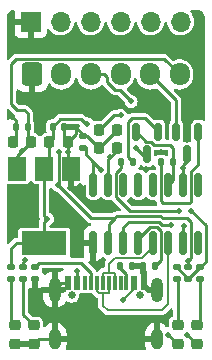
<source format=gbr>
%TF.GenerationSoftware,KiCad,Pcbnew,(6.0.0)*%
%TF.CreationDate,2022-08-06T00:01:37+02:00*%
%TF.ProjectId,bobby-flasher,626f6262-792d-4666-9c61-736865722e6b,rev?*%
%TF.SameCoordinates,Original*%
%TF.FileFunction,Copper,L1,Top*%
%TF.FilePolarity,Positive*%
%FSLAX46Y46*%
G04 Gerber Fmt 4.6, Leading zero omitted, Abs format (unit mm)*
G04 Created by KiCad (PCBNEW (6.0.0)) date 2022-08-06 00:01:37*
%MOMM*%
%LPD*%
G01*
G04 APERTURE LIST*
G04 Aperture macros list*
%AMRoundRect*
0 Rectangle with rounded corners*
0 $1 Rounding radius*
0 $2 $3 $4 $5 $6 $7 $8 $9 X,Y pos of 4 corners*
0 Add a 4 corners polygon primitive as box body*
4,1,4,$2,$3,$4,$5,$6,$7,$8,$9,$2,$3,0*
0 Add four circle primitives for the rounded corners*
1,1,$1+$1,$2,$3*
1,1,$1+$1,$4,$5*
1,1,$1+$1,$6,$7*
1,1,$1+$1,$8,$9*
0 Add four rect primitives between the rounded corners*
20,1,$1+$1,$2,$3,$4,$5,0*
20,1,$1+$1,$4,$5,$6,$7,0*
20,1,$1+$1,$6,$7,$8,$9,0*
20,1,$1+$1,$8,$9,$2,$3,0*%
G04 Aperture macros list end*
%TA.AperFunction,SMDPad,CuDef*%
%ADD10RoundRect,0.150000X-0.150000X0.587500X-0.150000X-0.587500X0.150000X-0.587500X0.150000X0.587500X0*%
%TD*%
%TA.AperFunction,SMDPad,CuDef*%
%ADD11RoundRect,0.225000X0.225000X0.250000X-0.225000X0.250000X-0.225000X-0.250000X0.225000X-0.250000X0*%
%TD*%
%TA.AperFunction,SMDPad,CuDef*%
%ADD12RoundRect,0.135000X-0.185000X0.135000X-0.185000X-0.135000X0.185000X-0.135000X0.185000X0.135000X0*%
%TD*%
%TA.AperFunction,SMDPad,CuDef*%
%ADD13R,1.500000X2.000000*%
%TD*%
%TA.AperFunction,SMDPad,CuDef*%
%ADD14R,3.800000X2.000000*%
%TD*%
%TA.AperFunction,SMDPad,CuDef*%
%ADD15RoundRect,0.140000X-0.140000X-0.170000X0.140000X-0.170000X0.140000X0.170000X-0.140000X0.170000X0*%
%TD*%
%TA.AperFunction,SMDPad,CuDef*%
%ADD16RoundRect,0.150000X0.150000X-0.825000X0.150000X0.825000X-0.150000X0.825000X-0.150000X-0.825000X0*%
%TD*%
%TA.AperFunction,SMDPad,CuDef*%
%ADD17RoundRect,0.218750X0.256250X-0.218750X0.256250X0.218750X-0.256250X0.218750X-0.256250X-0.218750X0*%
%TD*%
%TA.AperFunction,SMDPad,CuDef*%
%ADD18RoundRect,0.225000X-0.225000X-0.250000X0.225000X-0.250000X0.225000X0.250000X-0.225000X0.250000X0*%
%TD*%
%TA.AperFunction,SMDPad,CuDef*%
%ADD19RoundRect,0.135000X0.135000X0.185000X-0.135000X0.185000X-0.135000X-0.185000X0.135000X-0.185000X0*%
%TD*%
%TA.AperFunction,ComponentPad*%
%ADD20R,1.700000X1.700000*%
%TD*%
%TA.AperFunction,ComponentPad*%
%ADD21O,1.700000X1.700000*%
%TD*%
%TA.AperFunction,ComponentPad*%
%ADD22C,0.650000*%
%TD*%
%TA.AperFunction,ComponentPad*%
%ADD23O,1.000000X2.100000*%
%TD*%
%TA.AperFunction,ComponentPad*%
%ADD24O,1.000000X1.800000*%
%TD*%
%TA.AperFunction,SMDPad,CuDef*%
%ADD25R,0.600000X1.150000*%
%TD*%
%TA.AperFunction,SMDPad,CuDef*%
%ADD26R,0.300000X1.150000*%
%TD*%
%TA.AperFunction,SMDPad,CuDef*%
%ADD27RoundRect,0.140000X-0.170000X0.140000X-0.170000X-0.140000X0.170000X-0.140000X0.170000X0.140000X0*%
%TD*%
%TA.AperFunction,ComponentPad*%
%ADD28RoundRect,0.250000X-0.600000X-0.725000X0.600000X-0.725000X0.600000X0.725000X-0.600000X0.725000X0*%
%TD*%
%TA.AperFunction,ComponentPad*%
%ADD29O,1.700000X1.950000*%
%TD*%
%TA.AperFunction,SMDPad,CuDef*%
%ADD30RoundRect,0.140000X0.140000X0.170000X-0.140000X0.170000X-0.140000X-0.170000X0.140000X-0.170000X0*%
%TD*%
%TA.AperFunction,SMDPad,CuDef*%
%ADD31RoundRect,0.135000X-0.135000X-0.185000X0.135000X-0.185000X0.135000X0.185000X-0.135000X0.185000X0*%
%TD*%
%TA.AperFunction,ViaPad*%
%ADD32C,0.500000*%
%TD*%
%TA.AperFunction,Conductor*%
%ADD33C,0.250000*%
%TD*%
%TA.AperFunction,Conductor*%
%ADD34C,0.200000*%
%TD*%
G04 APERTURE END LIST*
D10*
%TO.P,Q2,1,B*%
%TO.N,Net-(Q2-Pad1)*%
X7850000Y-62262500D03*
%TO.P,Q2,2,E*%
%TO.N,IO0*%
X5950000Y-62262500D03*
%TO.P,Q2,3,C*%
%TO.N,DTR*%
X6900000Y-64137500D03*
%TD*%
%TO.P,Q1,1,B*%
%TO.N,Net-(Q1-Pad1)*%
X4450000Y-62262500D03*
%TO.P,Q1,2,E*%
%TO.N,RTS*%
X2550000Y-62262500D03*
%TO.P,Q1,3,C*%
%TO.N,EN*%
X3500000Y-64137500D03*
%TD*%
D11*
%TO.P,C8,1*%
%TO.N,GND*%
X975000Y-62100000D03*
%TO.P,C8,2*%
%TO.N,EN*%
X-575000Y-62100000D03*
%TD*%
D12*
%TO.P,R6,1*%
%TO.N,+5V*%
X-7000000Y-73690000D03*
%TO.P,R6,2*%
%TO.N,Net-(D1-Pad2)*%
X-7000000Y-74710000D03*
%TD*%
%TO.P,R2,1*%
%TO.N,ESP_RX*%
X7000000Y-73690000D03*
%TO.P,R2,2*%
%TO.N,+3V3*%
X7000000Y-74710000D03*
%TD*%
D13*
%TO.P,U2,1,GND*%
%TO.N,GND*%
X-2900000Y-65350000D03*
%TO.P,U2,2,VO*%
%TO.N,+3V3*%
X-5200000Y-65350000D03*
D14*
X-5200000Y-71650000D03*
D13*
%TO.P,U2,3,VI*%
%TO.N,+5V*%
X-7500000Y-65350000D03*
%TD*%
D15*
%TO.P,C3,1*%
%TO.N,GND*%
X3170000Y-73600000D03*
%TO.P,C3,2*%
%TO.N,Net-(C3-Pad2)*%
X4130000Y-73600000D03*
%TD*%
D16*
%TO.P,U1,1,GND*%
%TO.N,GND*%
X-1045000Y-71675000D03*
%TO.P,U1,2,TXD*%
%TO.N,ESP_RX*%
X225000Y-71675000D03*
%TO.P,U1,3,RXD*%
%TO.N,ESP_TX*%
X1495000Y-71675000D03*
%TO.P,U1,4,V3*%
%TO.N,Net-(C3-Pad2)*%
X2765000Y-71675000D03*
%TO.P,U1,5,UD+*%
%TO.N,USB_DP*%
X4035000Y-71675000D03*
%TO.P,U1,6,UD-*%
%TO.N,USB_DN*%
X5305000Y-71675000D03*
%TO.P,U1,7,VBUS*%
%TO.N,+5V*%
X6575000Y-71675000D03*
%TO.P,U1,8,~{ACT}*%
%TO.N,unconnected-(U1-Pad8)*%
X7845000Y-71675000D03*
%TO.P,U1,9,~{DCD}*%
%TO.N,unconnected-(U1-Pad9)*%
X7845000Y-66725000D03*
%TO.P,U1,10,~{DTR}/TNOW*%
%TO.N,DTR*%
X6575000Y-66725000D03*
%TO.P,U1,11,~{RTS}*%
%TO.N,RTS*%
X5305000Y-66725000D03*
%TO.P,U1,12,~{DSR}*%
%TO.N,unconnected-(U1-Pad12)*%
X4035000Y-66725000D03*
%TO.P,U1,13,~{CTS}*%
%TO.N,unconnected-(U1-Pad13)*%
X2765000Y-66725000D03*
%TO.P,U1,14,~{RI}*%
%TO.N,unconnected-(U1-Pad14)*%
X1495000Y-66725000D03*
%TO.P,U1,15,VIO*%
%TO.N,+3V3*%
X225000Y-66725000D03*
%TO.P,U1,16,VDD5*%
%TO.N,+5V*%
X-1045000Y-66725000D03*
%TD*%
D12*
%TO.P,R8,1*%
%TO.N,+3V3*%
X6000000Y-73690000D03*
%TO.P,R8,2*%
%TO.N,Net-(D3-Pad2)*%
X6000000Y-74710000D03*
%TD*%
D17*
%TO.P,D3,1,K*%
%TO.N,ESP_RX*%
X6100000Y-80175000D03*
%TO.P,D3,2,A*%
%TO.N,Net-(D3-Pad2)*%
X6100000Y-78600000D03*
%TD*%
D18*
%TO.P,C2,1*%
%TO.N,GND*%
X-7875000Y-63100000D03*
%TO.P,C2,2*%
%TO.N,+5V*%
X-6325000Y-63100000D03*
%TD*%
D19*
%TO.P,R3,1*%
%TO.N,GND*%
X2260000Y-73600000D03*
%TO.P,R3,2*%
%TO.N,Net-(R3-Pad2)*%
X1240000Y-73600000D03*
%TD*%
D15*
%TO.P,C1,1*%
%TO.N,GND*%
X-7580000Y-61800000D03*
%TO.P,C1,2*%
%TO.N,+5V*%
X-6620000Y-61800000D03*
%TD*%
D18*
%TO.P,C5,1*%
%TO.N,+3V3*%
X-4775000Y-63100000D03*
%TO.P,C5,2*%
%TO.N,GND*%
X-3225000Y-63100000D03*
%TD*%
D20*
%TO.P,J2,1,Pin_1*%
%TO.N,GND*%
X-6350000Y-52900000D03*
D21*
%TO.P,J2,2,Pin_2*%
%TO.N,ESP_RX*%
X-3810000Y-52900000D03*
%TO.P,J2,3,Pin_3*%
%TO.N,ESP_TX*%
X-1270000Y-52900000D03*
%TO.P,J2,4,Pin_4*%
%TO.N,EN*%
X1270000Y-52900000D03*
%TO.P,J2,5,Pin_5*%
%TO.N,IO0*%
X3810000Y-52900000D03*
%TO.P,J2,6,Pin_6*%
%TO.N,+5V*%
X6350000Y-52900000D03*
%TD*%
D17*
%TO.P,D1,1,K*%
%TO.N,GND*%
X-6100000Y-80187500D03*
%TO.P,D1,2,A*%
%TO.N,Net-(D1-Pad2)*%
X-6100000Y-78612500D03*
%TD*%
D12*
%TO.P,R9,1*%
%TO.N,+3V3*%
X8000000Y-73690000D03*
%TO.P,R9,2*%
%TO.N,Net-(D4-Pad2)*%
X8000000Y-74710000D03*
%TD*%
D22*
%TO.P,USBC1,*%
%TO.N,*%
X-2890000Y-76090000D03*
X2890000Y-76090000D03*
D23*
%TO.P,USBC1,1,SHIELD*%
%TO.N,GND*%
X-4320000Y-75590000D03*
D24*
%TO.P,USBC1,2,SHIELD*%
X-4320000Y-79770000D03*
%TO.P,USBC1,3,SHIELD*%
X4320000Y-79770000D03*
D23*
%TO.P,USBC1,4,SHIELD*%
X4320000Y-75590000D03*
D25*
%TO.P,USBC1,A1-B12,GND*%
X-3200000Y-75030000D03*
%TO.P,USBC1,A4-B9,VBUS*%
%TO.N,+5V*%
X-2400000Y-75030000D03*
D26*
%TO.P,USBC1,A5,CC1*%
%TO.N,Net-(R1-Pad1)*%
X-1250000Y-75030000D03*
%TO.P,USBC1,A6,DP1*%
%TO.N,USB_DP*%
X-250000Y-75030000D03*
%TO.P,USBC1,A7,DN1*%
%TO.N,USB_DN*%
X250000Y-75030000D03*
%TO.P,USBC1,A8,SBU1*%
%TO.N,unconnected-(USBC1-PadA8)*%
X1250000Y-75030000D03*
D25*
%TO.P,USBC1,B1-A12,GND*%
%TO.N,GND*%
X3200000Y-75030000D03*
%TO.P,USBC1,B4-A9,VBUS*%
%TO.N,+5V*%
X2400000Y-75030000D03*
D26*
%TO.P,USBC1,B5,CC2*%
%TO.N,Net-(R3-Pad2)*%
X1750000Y-75030000D03*
%TO.P,USBC1,B6,DP2*%
%TO.N,USB_DP*%
X750000Y-75030000D03*
%TO.P,USBC1,B7,DN2*%
%TO.N,USB_DN*%
X-750000Y-75030000D03*
%TO.P,USBC1,B8,SBU2*%
%TO.N,unconnected-(USBC1-PadB8)*%
X-1750000Y-75030000D03*
%TD*%
D19*
%TO.P,R5,1*%
%TO.N,RTS*%
X5720000Y-64800000D03*
%TO.P,R5,2*%
%TO.N,Net-(Q2-Pad1)*%
X4700000Y-64800000D03*
%TD*%
D27*
%TO.P,C4,1*%
%TO.N,GND*%
X-1900000Y-62620000D03*
%TO.P,C4,2*%
%TO.N,+5V*%
X-1900000Y-63580000D03*
%TD*%
D17*
%TO.P,D2,1,K*%
%TO.N,GND*%
X-7700000Y-80187500D03*
%TO.P,D2,2,A*%
%TO.N,Net-(D2-Pad2)*%
X-7700000Y-78612500D03*
%TD*%
D28*
%TO.P,J3,1,Pin_1*%
%TO.N,GND*%
X-6250000Y-57375000D03*
D29*
%TO.P,J3,2,Pin_2*%
%TO.N,ESP_RX*%
X-3750000Y-57375000D03*
%TO.P,J3,3,Pin_3*%
%TO.N,ESP_TX*%
X-1250000Y-57375000D03*
%TO.P,J3,4,Pin_4*%
%TO.N,EN*%
X1250000Y-57375000D03*
%TO.P,J3,5,Pin_5*%
%TO.N,IO0*%
X3750000Y-57375000D03*
%TO.P,J3,6,Pin_6*%
%TO.N,+5V*%
X6250000Y-57375000D03*
%TD*%
D18*
%TO.P,C7,2*%
%TO.N,+3V3*%
X975000Y-63600000D03*
%TO.P,C7,1*%
%TO.N,GND*%
X-575000Y-63600000D03*
%TD*%
D30*
%TO.P,C6,1*%
%TO.N,GND*%
X-3520000Y-61800000D03*
%TO.P,C6,2*%
%TO.N,+3V3*%
X-4480000Y-61800000D03*
%TD*%
D31*
%TO.P,R4,1*%
%TO.N,DTR*%
X1290000Y-64800000D03*
%TO.P,R4,2*%
%TO.N,Net-(Q1-Pad1)*%
X2310000Y-64800000D03*
%TD*%
D17*
%TO.P,D4,1,K*%
%TO.N,ESP_TX*%
X7700000Y-80187500D03*
%TO.P,D4,2,A*%
%TO.N,Net-(D4-Pad2)*%
X7700000Y-78612500D03*
%TD*%
D12*
%TO.P,R7,1*%
%TO.N,+3V3*%
X-8000000Y-73690000D03*
%TO.P,R7,2*%
%TO.N,Net-(D2-Pad2)*%
X-8000000Y-74710000D03*
%TD*%
%TO.P,R1,1*%
%TO.N,Net-(R1-Pad1)*%
X-6000000Y-73690000D03*
%TO.P,R1,2*%
%TO.N,GND*%
X-6000000Y-74710000D03*
%TD*%
D32*
%TO.N,GND*%
X4100000Y-68300000D03*
X3400000Y-65400000D03*
X6900000Y-62900000D03*
X4700000Y-63900000D03*
X4400000Y-60600000D03*
%TO.N,+3V3*%
X-1574579Y-61574579D03*
%TO.N,EN*%
X1250000Y-60850000D03*
%TO.N,GND*%
X-6100000Y-67050000D03*
X2500000Y-54900000D03*
X-5550000Y-61900000D03*
X-7800000Y-67050000D03*
X-2500000Y-61900000D03*
X-6000000Y-76000000D03*
X-4300000Y-67950000D03*
X0Y-54700000D03*
X-2250000Y-78000000D03*
X7450000Y-59500000D03*
X2050000Y-78500000D03*
X-2450000Y-71700000D03*
X-7850000Y-69550000D03*
X-3225000Y-63975000D03*
X-5250000Y-54850000D03*
X-6700000Y-59500000D03*
X-3000000Y-66950000D03*
X7550000Y-55550000D03*
X-300000Y-60550000D03*
X-6100000Y-69600000D03*
X-2100000Y-59050000D03*
X-2200000Y-66850000D03*
X-4850000Y-59150000D03*
X5050000Y-54950000D03*
X-7900000Y-60950000D03*
X-7650000Y-54900000D03*
X-2350000Y-54700000D03*
%TO.N,+5V*%
X1450000Y-76500000D03*
X-6800000Y-73100000D03*
X6600000Y-70200000D03*
X-400000Y-65500000D03*
X-7087500Y-63862500D03*
X-2400000Y-74050000D03*
%TO.N,+3V3*%
X7250000Y-68900000D03*
X-4950000Y-69600000D03*
X400000Y-64400000D03*
%TO.N,ESP_RX*%
X-4000000Y-63950000D03*
X5300000Y-79400000D03*
X-4050000Y-66750000D03*
X7000000Y-73150000D03*
%TO.N,ESP_TX*%
X6900000Y-79400000D03*
X5500000Y-70100000D03*
X2150000Y-59650000D03*
%TO.N,EN*%
X2550000Y-63600000D03*
%TO.N,DTR*%
X6575000Y-65325000D03*
X6200000Y-68950000D03*
%TD*%
D33*
%TO.N,RTS*%
X5720000Y-63620000D02*
X5720000Y-64800000D01*
X5424520Y-63324520D02*
X5720000Y-63620000D01*
X3854408Y-63075480D02*
X4103448Y-63324520D01*
X4103448Y-63324520D02*
X5424520Y-63324520D01*
X3425480Y-63075480D02*
X3854408Y-63075480D01*
X2550000Y-62200000D02*
X3425480Y-63075480D01*
%TO.N,Net-(Q1-Pad1)*%
X1900000Y-64390000D02*
X2310000Y-64800000D01*
X1900000Y-61400000D02*
X1900000Y-64390000D01*
X2200000Y-61100000D02*
X1900000Y-61400000D01*
X3350000Y-61100000D02*
X2200000Y-61100000D01*
X4450000Y-62200000D02*
X3350000Y-61100000D01*
%TO.N,+3V3*%
X975000Y-63825000D02*
X400000Y-64400000D01*
X975000Y-63600000D02*
X975000Y-63825000D01*
X225000Y-66725000D02*
X225000Y-64575000D01*
X225000Y-64575000D02*
X400000Y-64400000D01*
%TO.N,+5V*%
X-400000Y-65450000D02*
X-400000Y-65500000D01*
X-1045000Y-64805000D02*
X-400000Y-65450000D01*
%TO.N,ESP_TX*%
X763498Y-58674520D02*
X75480Y-57986502D01*
X75480Y-57986502D02*
X75480Y-57575480D01*
X-125000Y-57375000D02*
X-1250000Y-57375000D01*
X1174520Y-58674520D02*
X763498Y-58674520D01*
X2150000Y-59650000D02*
X1174520Y-58674520D01*
X75480Y-57575480D02*
X-125000Y-57375000D01*
%TO.N,EN*%
X675000Y-60850000D02*
X1250000Y-60850000D01*
X-575000Y-62100000D02*
X675000Y-60850000D01*
%TO.N,GND*%
X925000Y-62100000D02*
X-575000Y-63600000D01*
X975000Y-62100000D02*
X925000Y-62100000D01*
X-575000Y-63600000D02*
X-1555000Y-62620000D01*
X-1555000Y-62620000D02*
X-1900000Y-62620000D01*
%TO.N,+3V3*%
X-2087391Y-61165000D02*
X-1679701Y-61572690D01*
X-1679701Y-61572690D02*
X-1576467Y-61572690D01*
%TO.N,GND*%
X-2500000Y-62375000D02*
X-2500000Y-61900000D01*
X-3225000Y-63100000D02*
X-2500000Y-62375000D01*
X-1880000Y-62520000D02*
X-2500000Y-61900000D01*
X-1700000Y-62520000D02*
X-1880000Y-62520000D01*
X-3520000Y-62805000D02*
X-3225000Y-63100000D01*
X-3200000Y-75030000D02*
X-3760000Y-75030000D01*
X-3225000Y-63100000D02*
X-3225000Y-63975000D01*
X-7580000Y-62805000D02*
X-7875000Y-63100000D01*
X-4320000Y-79770000D02*
X-5682500Y-79770000D01*
X-3760000Y-75030000D02*
X-4320000Y-75590000D01*
X4320000Y-75590000D02*
X3760000Y-75590000D01*
X-7580000Y-61800000D02*
X-7580000Y-61270000D01*
X-3225000Y-65025000D02*
X-2900000Y-65350000D01*
X-3520000Y-61800000D02*
X-3520000Y-62805000D01*
X-7580000Y-61270000D02*
X-7900000Y-60950000D01*
X-5682500Y-79770000D02*
X-6100000Y-80187500D01*
X-7580000Y-61800000D02*
X-7580000Y-62805000D01*
X-3225000Y-63975000D02*
X-3225000Y-65025000D01*
X3760000Y-75590000D02*
X3200000Y-75030000D01*
%TO.N,+5V*%
X6250000Y-57375000D02*
X4950000Y-56075000D01*
X-7000000Y-73250000D02*
X-7000000Y-73690000D01*
X-1700000Y-64150000D02*
X-1700000Y-63480000D01*
D34*
X2400000Y-75030000D02*
X2400000Y-75550000D01*
D33*
X-2400000Y-75030000D02*
X-2400000Y-74050000D01*
X-8000000Y-59900000D02*
X-7500000Y-60400000D01*
X-6800000Y-73100000D02*
X-6950000Y-73250000D01*
X6575000Y-70225000D02*
X6600000Y-70200000D01*
X-7575000Y-56075000D02*
X-8000000Y-56500000D01*
X-6950000Y-73250000D02*
X-7000000Y-73250000D01*
X-1045000Y-66725000D02*
X-1045000Y-64805000D01*
X-6620000Y-60680000D02*
X-6620000Y-61800000D01*
X-7500000Y-64275000D02*
X-7087500Y-63862500D01*
X-6620000Y-61800000D02*
X-6620000Y-62805000D01*
X-6620000Y-62805000D02*
X-6325000Y-63100000D01*
X-7500000Y-60400000D02*
X-6900000Y-60400000D01*
X-1045000Y-64805000D02*
X-1700000Y-64150000D01*
X-7087500Y-63862500D02*
X-6325000Y-63100000D01*
X-7500000Y-65350000D02*
X-7500000Y-64275000D01*
X4950000Y-56075000D02*
X-7575000Y-56075000D01*
X-6900000Y-60400000D02*
X-6620000Y-60680000D01*
X-8000000Y-56500000D02*
X-8000000Y-59900000D01*
D34*
X2400000Y-75550000D02*
X1450000Y-76500000D01*
D33*
X6575000Y-71675000D02*
X6575000Y-70225000D01*
%TO.N,Net-(C3-Pad2)*%
X4130000Y-73600000D02*
X4660000Y-73070000D01*
X4660000Y-73070000D02*
X4660000Y-70653249D01*
X4306751Y-70300000D02*
X3763249Y-70300000D01*
X2765000Y-71298249D02*
X2765000Y-71675000D01*
X4660000Y-70653249D02*
X4306751Y-70300000D01*
X3763249Y-70300000D02*
X2765000Y-71298249D01*
%TO.N,+3V3*%
X6000000Y-73710000D02*
X7000000Y-74710000D01*
X-8000000Y-72100000D02*
X-7550000Y-71650000D01*
X8470000Y-73220000D02*
X8470000Y-71550000D01*
X-3852609Y-61165000D02*
X-4480000Y-61792391D01*
X6000000Y-73690000D02*
X6000000Y-73710000D01*
X-4480000Y-62805000D02*
X-4775000Y-63100000D01*
X-5200000Y-65350000D02*
X-5200000Y-69350000D01*
X-7550000Y-71650000D02*
X-5200000Y-71650000D01*
X-2087391Y-61165000D02*
X-3852609Y-61165000D01*
X8000000Y-73690000D02*
X8470000Y-73220000D01*
X8000000Y-73690000D02*
X8000000Y-73710000D01*
X-8000000Y-73690000D02*
X-8000000Y-72100000D01*
X-4950000Y-69600000D02*
X-5200000Y-69850000D01*
X-4480000Y-61792391D02*
X-4480000Y-61800000D01*
X-5200000Y-69350000D02*
X-4950000Y-69600000D01*
X-4480000Y-61800000D02*
X-4480000Y-62805000D01*
X8470000Y-71550000D02*
X8470000Y-70120000D01*
X-4775000Y-64925000D02*
X-5200000Y-65350000D01*
X8000000Y-73710000D02*
X7000000Y-74710000D01*
X8470000Y-70120000D02*
X7250000Y-68900000D01*
X-4775000Y-63100000D02*
X-4775000Y-64925000D01*
X-5200000Y-69850000D02*
X-5200000Y-71650000D01*
%TO.N,ESP_RX*%
X7200000Y-69850000D02*
X7200000Y-72950000D01*
X4679129Y-69400998D02*
X4803131Y-69525000D01*
X-1275000Y-69525000D02*
X-4050000Y-66750000D01*
X-4000000Y-66700000D02*
X-4000000Y-63950000D01*
X300000Y-71600000D02*
X300000Y-70000000D01*
X6075000Y-80175000D02*
X5300000Y-79400000D01*
X4803131Y-69525000D02*
X6875000Y-69525000D01*
X225000Y-71675000D02*
X300000Y-71600000D01*
X775000Y-69525000D02*
X-1275000Y-69525000D01*
X6875000Y-69525000D02*
X7200000Y-69850000D01*
X6100000Y-80175000D02*
X6075000Y-80175000D01*
X7200000Y-72950000D02*
X7000000Y-73150000D01*
X7000000Y-73150000D02*
X7000000Y-73690000D01*
X-4050000Y-66750000D02*
X-4000000Y-66700000D01*
X300000Y-70000000D02*
X775000Y-69525000D01*
X775000Y-69525000D02*
X899002Y-69400998D01*
X899002Y-69400998D02*
X4679129Y-69400998D01*
%TO.N,ESP_TX*%
X4492940Y-69850499D02*
X1949501Y-69850499D01*
X5500000Y-70100000D02*
X4742441Y-70100000D01*
X4742441Y-70100000D02*
X4492940Y-69850499D01*
X1495000Y-70305000D02*
X1495000Y-71675000D01*
X7687500Y-80187500D02*
X6900000Y-79400000D01*
X1949501Y-69850499D02*
X1495000Y-70305000D01*
X7700000Y-80187500D02*
X7687500Y-80187500D01*
%TO.N,EN*%
X3150000Y-64200000D02*
X2550000Y-63600000D01*
X3500000Y-64200000D02*
X3150000Y-64200000D01*
%TO.N,IO0*%
X3750000Y-57375000D02*
X5950000Y-59575000D01*
X5950000Y-59575000D02*
X5950000Y-62200000D01*
%TO.N,Net-(R1-Pad1)*%
X-1250000Y-75030000D02*
X-1250000Y-74155000D01*
X-5610000Y-73300000D02*
X-6000000Y-73690000D01*
X-2105000Y-73300000D02*
X-5610000Y-73300000D01*
X-1250000Y-74155000D02*
X-2105000Y-73300000D01*
%TO.N,Net-(R3-Pad2)*%
X1750000Y-74250000D02*
X1750000Y-75030000D01*
X1240000Y-73600000D02*
X1240000Y-73740000D01*
X1240000Y-73740000D02*
X1750000Y-74250000D01*
%TO.N,DTR*%
X1290000Y-64800000D02*
X1290000Y-65283249D01*
X2073249Y-68950000D02*
X6200000Y-68950000D01*
X850000Y-65723249D02*
X850000Y-66800000D01*
X6575000Y-66725000D02*
X6575000Y-65325000D01*
X850000Y-66800000D02*
X850000Y-67726751D01*
X1290000Y-65283249D02*
X850000Y-65723249D01*
X6575000Y-65025000D02*
X6900000Y-64700000D01*
X850000Y-67726751D02*
X2073249Y-68950000D01*
X6575000Y-65325000D02*
X6575000Y-65025000D01*
X6900000Y-64700000D02*
X6900000Y-64200000D01*
%TO.N,RTS*%
X5720000Y-64800000D02*
X5720000Y-66310000D01*
X5720000Y-66310000D02*
X5305000Y-66725000D01*
%TO.N,Net-(Q2-Pad1)*%
X4680000Y-64820000D02*
X4680000Y-68130000D01*
X7200000Y-68150000D02*
X7200000Y-65600000D01*
X7200000Y-65600000D02*
X7850000Y-64950000D01*
X4700000Y-64800000D02*
X4680000Y-64820000D01*
X4850000Y-68300000D02*
X7050000Y-68300000D01*
X7050000Y-68300000D02*
X7200000Y-68150000D01*
X4680000Y-68130000D02*
X4850000Y-68300000D01*
X7850000Y-64950000D02*
X7850000Y-62200000D01*
D34*
%TO.N,USB_DP*%
X750000Y-72950000D02*
X295000Y-73405000D01*
X4035000Y-71675000D02*
X4035000Y-72016396D01*
X700000Y-74155000D02*
X750000Y-74205000D01*
X295000Y-73405000D02*
X295000Y-74155000D01*
X-250000Y-75030000D02*
X-250000Y-74205000D01*
X295000Y-74155000D02*
X700000Y-74155000D01*
X4035000Y-72016396D02*
X3101396Y-72950000D01*
X750000Y-74205000D02*
X750000Y-75030000D01*
X-250000Y-74205000D02*
X-200000Y-74155000D01*
X3101396Y-72950000D02*
X750000Y-72950000D01*
X-200000Y-74155000D02*
X295000Y-74155000D01*
%TO.N,USB_DN*%
X250000Y-75030000D02*
X250000Y-75855000D01*
X-750000Y-75750000D02*
X-750000Y-75030000D01*
X4750000Y-77350000D02*
X150000Y-77350000D01*
X-255000Y-76945000D02*
X-255000Y-75905000D01*
X5305000Y-71675000D02*
X5305000Y-76795000D01*
X200000Y-75905000D02*
X-255000Y-75905000D01*
X250000Y-75855000D02*
X200000Y-75905000D01*
X-255000Y-75905000D02*
X-595000Y-75905000D01*
X-595000Y-75905000D02*
X-750000Y-75750000D01*
X150000Y-77350000D02*
X-255000Y-76945000D01*
X5305000Y-76795000D02*
X4750000Y-77350000D01*
D33*
%TO.N,Net-(D1-Pad2)*%
X-7000000Y-77712500D02*
X-6100000Y-78612500D01*
X-7000000Y-74710000D02*
X-7000000Y-77712500D01*
%TO.N,Net-(D2-Pad2)*%
X-8000000Y-74710000D02*
X-8000000Y-78312500D01*
X-8000000Y-78312500D02*
X-7700000Y-78612500D01*
%TO.N,Net-(D3-Pad2)*%
X6100000Y-78600000D02*
X6100000Y-74810000D01*
X6100000Y-74810000D02*
X6000000Y-74710000D01*
%TO.N,Net-(D4-Pad2)*%
X8000000Y-78312500D02*
X7700000Y-78612500D01*
X8000000Y-74710000D02*
X8000000Y-78312500D01*
%TD*%
%TA.AperFunction,Conductor*%
%TO.N,GND*%
G36*
X-3628286Y-73745502D02*
G01*
X-3581793Y-73799158D01*
X-3571689Y-73869432D01*
X-3601183Y-73934012D01*
X-3652177Y-73969482D01*
X-3738054Y-74001676D01*
X-3753648Y-74010214D01*
X-3843735Y-74077730D01*
X-3910241Y-74102578D01*
X-3956559Y-74097269D01*
X-4048692Y-74068750D01*
X-4062795Y-74068544D01*
X-4066000Y-74075299D01*
X-4066000Y-75317885D01*
X-4061525Y-75333124D01*
X-4060135Y-75334329D01*
X-4052452Y-75336000D01*
X-3398000Y-75336000D01*
X-3329879Y-75356002D01*
X-3283386Y-75409658D01*
X-3272000Y-75462000D01*
X-3272000Y-75535854D01*
X-3292002Y-75603975D01*
X-3315171Y-75630803D01*
X-3352525Y-75663389D01*
X-3352529Y-75663393D01*
X-3358251Y-75668385D01*
X-3362618Y-75674599D01*
X-3362621Y-75674602D01*
X-3444040Y-75790450D01*
X-3499574Y-75834682D01*
X-3547127Y-75844000D01*
X-4047885Y-75844000D01*
X-4063124Y-75848475D01*
X-4064329Y-75849865D01*
X-4066000Y-75857548D01*
X-4066000Y-77097924D01*
X-4062027Y-77111455D01*
X-4054232Y-77112575D01*
X-3946479Y-77080862D01*
X-3935111Y-77076269D01*
X-3770846Y-76990393D01*
X-3760585Y-76983679D01*
X-3616127Y-76867532D01*
X-3607368Y-76858954D01*
X-3488222Y-76716961D01*
X-3481298Y-76706848D01*
X-3444598Y-76640092D01*
X-3394252Y-76590033D01*
X-3324835Y-76575140D01*
X-3261192Y-76598088D01*
X-3260622Y-76598493D01*
X-3255002Y-76603607D01*
X-3248327Y-76607231D01*
X-3248326Y-76607232D01*
X-3128630Y-76672222D01*
X-3128628Y-76672223D01*
X-3121953Y-76675847D01*
X-3114604Y-76677775D01*
X-2982864Y-76712336D01*
X-2982862Y-76712336D01*
X-2975514Y-76714264D01*
X-2895438Y-76715522D01*
X-2831734Y-76716523D01*
X-2831731Y-76716523D01*
X-2824137Y-76716642D01*
X-2676563Y-76682843D01*
X-2591561Y-76640092D01*
X-2548094Y-76618231D01*
X-2548091Y-76618229D01*
X-2541311Y-76614819D01*
X-2426190Y-76516495D01*
X-2337844Y-76393550D01*
X-2281376Y-76253080D01*
X-2260044Y-76103196D01*
X-2259906Y-76090000D01*
X-2265154Y-76046635D01*
X-2253479Y-75976606D01*
X-2205797Y-75924004D01*
X-2140066Y-75905500D01*
X-2055354Y-75905500D01*
X-2051650Y-75905059D01*
X-2051647Y-75905059D01*
X-2048360Y-75904668D01*
X-2029154Y-75902382D01*
X-2028436Y-75902063D01*
X-1971463Y-75902004D01*
X-1970327Y-75902506D01*
X-1960913Y-75903604D01*
X-1960911Y-75903604D01*
X-1956876Y-75904074D01*
X-1944646Y-75905500D01*
X-1555354Y-75905500D01*
X-1551650Y-75905059D01*
X-1551647Y-75905059D01*
X-1548360Y-75904668D01*
X-1529154Y-75902382D01*
X-1528436Y-75902063D01*
X-1471463Y-75902004D01*
X-1470327Y-75902506D01*
X-1460913Y-75903604D01*
X-1460911Y-75903604D01*
X-1456876Y-75904074D01*
X-1444646Y-75905500D01*
X-1197473Y-75905500D01*
X-1129352Y-75925502D01*
X-1085207Y-75974296D01*
X-1078050Y-75988342D01*
X-1055497Y-76010895D01*
X-1055484Y-76010909D01*
X-923050Y-76143342D01*
X-833342Y-76233050D01*
X-824506Y-76237552D01*
X-824505Y-76237553D01*
X-813741Y-76243038D01*
X-796884Y-76253368D01*
X-787115Y-76260466D01*
X-787112Y-76260467D01*
X-779090Y-76266296D01*
X-758166Y-76273095D01*
X-739909Y-76280657D01*
X-732651Y-76284355D01*
X-724300Y-76288610D01*
X-672684Y-76337356D01*
X-655500Y-76400878D01*
X-655500Y-77008433D01*
X-652436Y-77017864D01*
X-652435Y-77017868D01*
X-648703Y-77029353D01*
X-644087Y-77048578D01*
X-642926Y-77055905D01*
X-640646Y-77070304D01*
X-636145Y-77079137D01*
X-636144Y-77079141D01*
X-630659Y-77089906D01*
X-623095Y-77108166D01*
X-616296Y-77129090D01*
X-603361Y-77146893D01*
X-593035Y-77163745D01*
X-583050Y-77183342D01*
X-560497Y-77205895D01*
X-560484Y-77205909D01*
X-178050Y-77588342D01*
X-88342Y-77678050D01*
X-79506Y-77682552D01*
X-79505Y-77682553D01*
X-68741Y-77688038D01*
X-51884Y-77698368D01*
X-34090Y-77711296D01*
X-13170Y-77718093D01*
X5093Y-77725658D01*
X15861Y-77731145D01*
X15865Y-77731146D01*
X24696Y-77735646D01*
X34485Y-77737197D01*
X34493Y-77737199D01*
X46427Y-77739089D01*
X65647Y-77743703D01*
X77133Y-77747435D01*
X77140Y-77747436D01*
X86567Y-77750499D01*
X118477Y-77750499D01*
X118481Y-77750500D01*
X4813433Y-77750500D01*
X4822864Y-77747436D01*
X4822868Y-77747435D01*
X4834353Y-77743703D01*
X4853578Y-77739087D01*
X4865512Y-77737197D01*
X4865513Y-77737197D01*
X4875304Y-77735646D01*
X4884137Y-77731145D01*
X4884141Y-77731144D01*
X4894906Y-77725659D01*
X4913166Y-77718095D01*
X4934090Y-77711296D01*
X4951893Y-77698361D01*
X4968745Y-77688035D01*
X4979502Y-77682554D01*
X4988342Y-77678050D01*
X5010905Y-77655487D01*
X5010909Y-77655484D01*
X5459405Y-77206988D01*
X5521717Y-77172962D01*
X5592532Y-77178027D01*
X5649368Y-77220574D01*
X5674179Y-77287094D01*
X5674500Y-77296083D01*
X5674500Y-77804129D01*
X5654498Y-77872250D01*
X5601247Y-77916045D01*
X5601921Y-77917240D01*
X5595166Y-77921046D01*
X5594878Y-77921283D01*
X5586452Y-77924619D01*
X5473133Y-78010633D01*
X5387119Y-78123952D01*
X5334747Y-78256227D01*
X5333774Y-78264264D01*
X5333774Y-78264266D01*
X5330061Y-78294950D01*
X5324500Y-78340906D01*
X5324500Y-78652858D01*
X5304498Y-78720979D01*
X5250842Y-78767472D01*
X5180568Y-78777576D01*
X5115988Y-78748082D01*
X5100857Y-78732494D01*
X5042603Y-78661067D01*
X5033959Y-78652363D01*
X4891144Y-78534216D01*
X4880973Y-78527356D01*
X4717924Y-78439196D01*
X4706619Y-78434444D01*
X4591308Y-78398750D01*
X4577205Y-78398544D01*
X4574000Y-78405299D01*
X4574000Y-79898000D01*
X4553998Y-79966121D01*
X4500342Y-80012614D01*
X4448000Y-80024000D01*
X3330115Y-80024000D01*
X3314876Y-80028475D01*
X3313671Y-80029865D01*
X3312000Y-80037548D01*
X3312000Y-80216657D01*
X3312301Y-80222805D01*
X3325812Y-80360603D01*
X3328195Y-80372638D01*
X3377995Y-80537582D01*
X3378536Y-80608576D01*
X3340609Y-80668593D01*
X3276254Y-80698577D01*
X3257373Y-80700000D01*
X-3258423Y-80700000D01*
X-3326544Y-80679998D01*
X-3373037Y-80626342D01*
X-3383141Y-80556068D01*
X-3378525Y-80535902D01*
X-3331120Y-80386462D01*
X-3328570Y-80374468D01*
X-3312393Y-80230239D01*
X-3312000Y-80223215D01*
X-3312000Y-80042115D01*
X-3316475Y-80026876D01*
X-3317865Y-80025671D01*
X-3325548Y-80024000D01*
X-4448000Y-80024000D01*
X-4516121Y-80003998D01*
X-4562614Y-79950342D01*
X-4574000Y-79898000D01*
X-4574000Y-79497885D01*
X-4066000Y-79497885D01*
X-4061525Y-79513124D01*
X-4060135Y-79514329D01*
X-4052452Y-79516000D01*
X-3330115Y-79516000D01*
X-3314876Y-79511525D01*
X-3313671Y-79510135D01*
X-3312000Y-79502452D01*
X-3312000Y-79497885D01*
X3312000Y-79497885D01*
X3316475Y-79513124D01*
X3317865Y-79514329D01*
X3325548Y-79516000D01*
X4047885Y-79516000D01*
X4063124Y-79511525D01*
X4064329Y-79510135D01*
X4066000Y-79502452D01*
X4066000Y-78412076D01*
X4062027Y-78398545D01*
X4054232Y-78397425D01*
X3946479Y-78429138D01*
X3935111Y-78433731D01*
X3770846Y-78519607D01*
X3760585Y-78526321D01*
X3616127Y-78642468D01*
X3607368Y-78651046D01*
X3488222Y-78793039D01*
X3481292Y-78803159D01*
X3391998Y-78965585D01*
X3387166Y-78976858D01*
X3331120Y-79153538D01*
X3328570Y-79165532D01*
X3312393Y-79309761D01*
X3312000Y-79316785D01*
X3312000Y-79497885D01*
X-3312000Y-79497885D01*
X-3312000Y-79323343D01*
X-3312301Y-79317195D01*
X-3325812Y-79179397D01*
X-3328195Y-79167362D01*
X-3381767Y-78989924D01*
X-3386441Y-78978584D01*
X-3473460Y-78814923D01*
X-3480249Y-78804706D01*
X-3597397Y-78661067D01*
X-3606041Y-78652363D01*
X-3748856Y-78534216D01*
X-3759027Y-78527356D01*
X-3922076Y-78439196D01*
X-3933381Y-78434444D01*
X-4048692Y-78398750D01*
X-4062795Y-78398544D01*
X-4066000Y-78405299D01*
X-4066000Y-79497885D01*
X-4574000Y-79497885D01*
X-4574000Y-78412076D01*
X-4577973Y-78398545D01*
X-4585768Y-78397425D01*
X-4693521Y-78429138D01*
X-4704889Y-78433731D01*
X-4869154Y-78519607D01*
X-4879415Y-78526321D01*
X-5023873Y-78642468D01*
X-5032632Y-78651046D01*
X-5101978Y-78733689D01*
X-5161088Y-78773016D01*
X-5232075Y-78774142D01*
X-5292403Y-78736711D01*
X-5322917Y-78672607D01*
X-5324500Y-78652698D01*
X-5324500Y-78353406D01*
X-5334747Y-78268727D01*
X-5387119Y-78136452D01*
X-5473133Y-78023133D01*
X-5586452Y-77937119D01*
X-5718727Y-77884747D01*
X-5726764Y-77883774D01*
X-5726766Y-77883774D01*
X-5757450Y-77880061D01*
X-5803406Y-77874500D01*
X-6184062Y-77874500D01*
X-6252183Y-77854498D01*
X-6273158Y-77837595D01*
X-6537596Y-77573156D01*
X-6571621Y-77510844D01*
X-6574500Y-77484061D01*
X-6574500Y-76186657D01*
X-5328000Y-76186657D01*
X-5327699Y-76192805D01*
X-5314188Y-76330603D01*
X-5311805Y-76342638D01*
X-5258233Y-76520076D01*
X-5253559Y-76531416D01*
X-5166540Y-76695077D01*
X-5159751Y-76705294D01*
X-5042603Y-76848933D01*
X-5033959Y-76857637D01*
X-4891144Y-76975784D01*
X-4880973Y-76982644D01*
X-4717924Y-77070804D01*
X-4706619Y-77075556D01*
X-4591308Y-77111250D01*
X-4577205Y-77111456D01*
X-4574000Y-77104701D01*
X-4574000Y-75862115D01*
X-4578475Y-75846876D01*
X-4579865Y-75845671D01*
X-4587548Y-75844000D01*
X-5309885Y-75844000D01*
X-5325124Y-75848475D01*
X-5326329Y-75849865D01*
X-5328000Y-75857548D01*
X-5328000Y-76186657D01*
X-6574500Y-76186657D01*
X-6574500Y-75569244D01*
X-6554498Y-75501123D01*
X-6500842Y-75454630D01*
X-6430568Y-75444526D01*
X-6413347Y-75448247D01*
X-6292564Y-75483337D01*
X-6279977Y-75485637D01*
X-6272057Y-75486260D01*
X-6256970Y-75483090D01*
X-6254000Y-75471626D01*
X-6254000Y-74582000D01*
X-6233998Y-74513879D01*
X-6180342Y-74467386D01*
X-6128000Y-74456000D01*
X-5872000Y-74456000D01*
X-5803879Y-74476002D01*
X-5757386Y-74529658D01*
X-5746000Y-74582000D01*
X-5746000Y-75469566D01*
X-5741656Y-75484361D01*
X-5729997Y-75486421D01*
X-5720023Y-75485637D01*
X-5707436Y-75483338D01*
X-5565217Y-75442019D01*
X-5550778Y-75435770D01*
X-5424593Y-75361144D01*
X-5421653Y-75358864D01*
X-5418929Y-75357794D01*
X-5417768Y-75357108D01*
X-5417657Y-75357295D01*
X-5355567Y-75332919D01*
X-5317648Y-75335305D01*
X-5314453Y-75336000D01*
X-4592115Y-75336000D01*
X-4576876Y-75331525D01*
X-4575671Y-75330135D01*
X-4574000Y-75322452D01*
X-4574000Y-74082076D01*
X-4577973Y-74068545D01*
X-4585768Y-74067425D01*
X-4693521Y-74099138D01*
X-4704889Y-74103731D01*
X-4869154Y-74189607D01*
X-4879415Y-74196321D01*
X-5023873Y-74312468D01*
X-5035306Y-74323664D01*
X-5097970Y-74357035D01*
X-5168729Y-74351230D01*
X-5225117Y-74308091D01*
X-5231917Y-74297780D01*
X-5298854Y-74184595D01*
X-5308501Y-74172159D01*
X-5375907Y-74104753D01*
X-5409933Y-74042441D01*
X-5405695Y-73973912D01*
X-5382382Y-73907526D01*
X-5381175Y-73894763D01*
X-5379779Y-73879986D01*
X-5379500Y-73877038D01*
X-5379500Y-73851500D01*
X-5359498Y-73783379D01*
X-5305842Y-73736886D01*
X-5253500Y-73725500D01*
X-3696407Y-73725500D01*
X-3628286Y-73745502D01*
G37*
%TD.AperFunction*%
%TA.AperFunction,Conductor*%
G36*
X-5903879Y-79953502D02*
G01*
X-5857386Y-80007158D01*
X-5846000Y-80059500D01*
X-5846000Y-80315500D01*
X-5866002Y-80383621D01*
X-5919658Y-80430114D01*
X-5972000Y-80441500D01*
X-7828000Y-80441500D01*
X-7896121Y-80421498D01*
X-7942614Y-80367842D01*
X-7954000Y-80315500D01*
X-7954000Y-80059500D01*
X-7933998Y-79991379D01*
X-7880342Y-79944886D01*
X-7828000Y-79933500D01*
X-5972000Y-79933500D01*
X-5903879Y-79953502D01*
G37*
%TD.AperFunction*%
%TA.AperFunction,Conductor*%
G36*
X4516121Y-75356002D02*
G01*
X4562614Y-75409658D01*
X4574000Y-75462000D01*
X4574000Y-75718000D01*
X4553998Y-75786121D01*
X4500342Y-75832614D01*
X4448000Y-75844000D01*
X3546244Y-75844000D01*
X3478123Y-75823998D01*
X3442404Y-75789367D01*
X3366942Y-75679569D01*
X3366938Y-75679564D01*
X3362640Y-75673311D01*
X3314181Y-75630135D01*
X3276626Y-75569886D01*
X3272000Y-75536059D01*
X3272000Y-75462000D01*
X3292002Y-75393879D01*
X3345658Y-75347386D01*
X3398000Y-75336000D01*
X4448000Y-75336000D01*
X4516121Y-75356002D01*
G37*
%TD.AperFunction*%
%TA.AperFunction,Conductor*%
G36*
X3366121Y-73366002D02*
G01*
X3412614Y-73419658D01*
X3424000Y-73472000D01*
X3424000Y-73888885D01*
X3435171Y-73926929D01*
X3448895Y-73948284D01*
X3454000Y-73983784D01*
X3454000Y-75158000D01*
X3433998Y-75226121D01*
X3380342Y-75272614D01*
X3328000Y-75284000D01*
X3126500Y-75284000D01*
X3058379Y-75263998D01*
X3011886Y-75210342D01*
X3000500Y-75158000D01*
X3000500Y-74410354D01*
X2997382Y-74384154D01*
X2970514Y-74323664D01*
X2956663Y-74292482D01*
X2951939Y-74281847D01*
X2943704Y-74273627D01*
X2938159Y-74265558D01*
X2916000Y-74194192D01*
X2916000Y-73872115D01*
X2911525Y-73856876D01*
X2910135Y-73855671D01*
X2902452Y-73854000D01*
X2132000Y-73854000D01*
X2063879Y-73833998D01*
X2017386Y-73780342D01*
X2006000Y-73728000D01*
X2006000Y-73476500D01*
X2026002Y-73408379D01*
X2079658Y-73361886D01*
X2132000Y-73350500D01*
X3164829Y-73350500D01*
X3174024Y-73347512D01*
X3193242Y-73346000D01*
X3298000Y-73346000D01*
X3366121Y-73366002D01*
G37*
%TD.AperFunction*%
%TA.AperFunction,Conductor*%
G36*
X-4565988Y-66977649D02*
G01*
X-4539889Y-67013844D01*
X-4538152Y-67012841D01*
X-4534022Y-67019994D01*
X-4530861Y-67027625D01*
X-4442621Y-67142621D01*
X-4327625Y-67230861D01*
X-4319996Y-67234021D01*
X-4201339Y-67283170D01*
X-4201336Y-67283171D01*
X-4193709Y-67286330D01*
X-4145952Y-67292617D01*
X-4081026Y-67321339D01*
X-4073304Y-67328444D01*
X-1528220Y-69873528D01*
X-1506844Y-69884419D01*
X-1489988Y-69894749D01*
X-1470581Y-69908850D01*
X-1447763Y-69916264D01*
X-1429502Y-69923827D01*
X-1408126Y-69934719D01*
X-1398335Y-69936270D01*
X-1398328Y-69936272D01*
X-1384431Y-69938473D01*
X-1365212Y-69943087D01*
X-1351826Y-69947436D01*
X-1351821Y-69947437D01*
X-1342393Y-69950500D01*
X-1332478Y-69950500D01*
X-1322899Y-69952017D01*
X-1258745Y-69982428D01*
X-1221217Y-70042695D01*
X-1222229Y-70113685D01*
X-1261461Y-70172857D01*
X-1307453Y-70197463D01*
X-1450790Y-70239107D01*
X-1465221Y-70245352D01*
X-1594678Y-70321911D01*
X-1607104Y-70331551D01*
X-1713449Y-70437896D01*
X-1723089Y-70450322D01*
X-1799648Y-70579779D01*
X-1805893Y-70594210D01*
X-1848269Y-70740065D01*
X-1850570Y-70752667D01*
X-1852807Y-70781084D01*
X-1853000Y-70786014D01*
X-1853000Y-71402885D01*
X-1848525Y-71418124D01*
X-1847135Y-71419329D01*
X-1839452Y-71421000D01*
X-917000Y-71421000D01*
X-848879Y-71441002D01*
X-802386Y-71494658D01*
X-791000Y-71547000D01*
X-791000Y-73136878D01*
X-787027Y-73150409D01*
X-779129Y-73151544D01*
X-639210Y-73110893D01*
X-624779Y-73104648D01*
X-495322Y-73028089D01*
X-482896Y-73018449D01*
X-376551Y-72912104D01*
X-362048Y-72893408D01*
X-359832Y-72895127D01*
X-317722Y-72855825D01*
X-247869Y-72843134D01*
X-186324Y-72867077D01*
X-145757Y-72897041D01*
X-145754Y-72897042D01*
X-138184Y-72902634D01*
X-53937Y-72932219D01*
X3709Y-72973662D01*
X29797Y-73039692D01*
X16046Y-73109344D01*
X726Y-73130225D01*
X1221Y-73130596D01*
X1218Y-73130600D01*
X-3758Y-73136337D01*
X-6590Y-73140197D01*
X-10484Y-73144091D01*
X-10487Y-73144095D01*
X-33050Y-73166658D01*
X-37554Y-73175498D01*
X-43035Y-73186255D01*
X-53361Y-73203107D01*
X-66296Y-73220910D01*
X-73093Y-73241830D01*
X-80659Y-73260094D01*
X-86144Y-73270859D01*
X-86145Y-73270863D01*
X-90646Y-73279696D01*
X-92197Y-73289487D01*
X-92197Y-73289488D01*
X-94087Y-73301422D01*
X-98703Y-73320647D01*
X-102435Y-73332132D01*
X-102436Y-73332136D01*
X-105500Y-73341567D01*
X-105500Y-73628500D01*
X-125502Y-73696621D01*
X-179158Y-73743114D01*
X-231500Y-73754500D01*
X-263433Y-73754500D01*
X-272864Y-73757564D01*
X-272868Y-73757565D01*
X-284353Y-73761297D01*
X-303578Y-73765913D01*
X-315512Y-73767803D01*
X-315513Y-73767803D01*
X-325304Y-73769354D01*
X-334137Y-73773855D01*
X-334141Y-73773856D01*
X-344908Y-73779342D01*
X-363168Y-73786906D01*
X-384089Y-73793704D01*
X-392112Y-73799533D01*
X-401887Y-73806635D01*
X-418742Y-73816963D01*
X-429501Y-73822445D01*
X-429503Y-73822446D01*
X-438342Y-73826950D01*
X-460905Y-73849513D01*
X-460909Y-73849516D01*
X-555484Y-73944091D01*
X-555487Y-73944095D01*
X-578050Y-73966658D01*
X-582554Y-73975498D01*
X-588035Y-73986255D01*
X-598361Y-74003107D01*
X-611296Y-74020910D01*
X-613988Y-74029195D01*
X-662276Y-74080322D01*
X-731191Y-74097388D01*
X-798392Y-74074487D01*
X-840204Y-74021836D01*
X-840281Y-74021875D01*
X-840281Y-74021874D01*
X-851173Y-74000498D01*
X-858736Y-73982237D01*
X-861442Y-73973910D01*
X-866150Y-73959419D01*
X-880251Y-73940011D01*
X-890583Y-73923152D01*
X-894853Y-73914770D01*
X-901472Y-73901780D01*
X-1444276Y-73358976D01*
X-1478302Y-73296664D01*
X-1473237Y-73225849D01*
X-1430690Y-73169013D01*
X-1364170Y-73144202D01*
X-1320028Y-73148884D01*
X-1316396Y-73149939D01*
X-1302294Y-73149899D01*
X-1299000Y-73142630D01*
X-1299000Y-71947115D01*
X-1303475Y-71931876D01*
X-1304865Y-71930671D01*
X-1312548Y-71929000D01*
X-1834884Y-71929000D01*
X-1850123Y-71933475D01*
X-1851328Y-71934865D01*
X-1852999Y-71942548D01*
X-1852999Y-72563984D01*
X-1852805Y-72568920D01*
X-1850570Y-72597336D01*
X-1848269Y-72609934D01*
X-1811315Y-72737129D01*
X-1811518Y-72808125D01*
X-1850071Y-72867741D01*
X-1914736Y-72897050D01*
X-1967659Y-72892428D01*
X-1971874Y-72890281D01*
X-1981665Y-72888730D01*
X-1981666Y-72888730D01*
X-1988618Y-72887629D01*
X-1995571Y-72886528D01*
X-2014790Y-72881914D01*
X-2037607Y-72874500D01*
X-2881045Y-72874500D01*
X-2949166Y-72854498D01*
X-2995659Y-72800842D01*
X-3005763Y-72730568D01*
X-3004651Y-72725205D01*
X-3002494Y-72720327D01*
X-2999500Y-72694646D01*
X-2999500Y-70605354D01*
X-3002618Y-70579154D01*
X-3026785Y-70524745D01*
X-3043337Y-70487482D01*
X-3048061Y-70476847D01*
X-3127287Y-70397759D01*
X-3137924Y-70393056D01*
X-3137926Y-70393055D01*
X-3197462Y-70366735D01*
X-3229673Y-70352494D01*
X-3255354Y-70349500D01*
X-4648500Y-70349500D01*
X-4716621Y-70329498D01*
X-4763114Y-70275842D01*
X-4774500Y-70223500D01*
X-4774500Y-70207353D01*
X-4754498Y-70139232D01*
X-4696717Y-70090944D01*
X-4680007Y-70084023D01*
X-4680002Y-70084020D01*
X-4672375Y-70080861D01*
X-4557379Y-69992621D01*
X-4469139Y-69877625D01*
X-4413670Y-69743709D01*
X-4394750Y-69600000D01*
X-4413670Y-69456291D01*
X-4469139Y-69322375D01*
X-4557379Y-69207379D01*
X-4672375Y-69119139D01*
X-4680002Y-69115980D01*
X-4680007Y-69115977D01*
X-4696717Y-69109056D01*
X-4751999Y-69064508D01*
X-4774500Y-68992647D01*
X-4774500Y-67072873D01*
X-4754498Y-67004752D01*
X-4700842Y-66958259D01*
X-4630568Y-66948155D01*
X-4565988Y-66977649D01*
G37*
%TD.AperFunction*%
%TA.AperFunction,Conductor*%
G36*
X-6283193Y-66393342D02*
G01*
X-6234872Y-66449010D01*
X-6206663Y-66512519D01*
X-6206661Y-66512521D01*
X-6201939Y-66523153D01*
X-6122713Y-66602241D01*
X-6112076Y-66606944D01*
X-6112074Y-66606945D01*
X-6052538Y-66633265D01*
X-6020327Y-66647506D01*
X-5994646Y-66650500D01*
X-5751500Y-66650500D01*
X-5683379Y-66670502D01*
X-5636886Y-66724158D01*
X-5625500Y-66776500D01*
X-5625500Y-69417393D01*
X-5618086Y-69440210D01*
X-5613472Y-69459429D01*
X-5609719Y-69483126D01*
X-5605216Y-69491963D01*
X-5605216Y-69491964D01*
X-5598828Y-69504502D01*
X-5591264Y-69522763D01*
X-5586914Y-69536151D01*
X-5586911Y-69536156D01*
X-5583849Y-69545581D01*
X-5582709Y-69547150D01*
X-5570423Y-69612577D01*
X-5581936Y-69651786D01*
X-5583849Y-69654419D01*
X-5586911Y-69663844D01*
X-5586914Y-69663849D01*
X-5591264Y-69677237D01*
X-5598828Y-69695498D01*
X-5609719Y-69716874D01*
X-5611270Y-69726668D01*
X-5613472Y-69740570D01*
X-5618086Y-69759790D01*
X-5625500Y-69782607D01*
X-5625500Y-70223500D01*
X-5645502Y-70291621D01*
X-5699158Y-70338114D01*
X-5751500Y-70349500D01*
X-7144646Y-70349500D01*
X-7148350Y-70349941D01*
X-7148353Y-70349941D01*
X-7155746Y-70350821D01*
X-7170846Y-70352618D01*
X-7179486Y-70356456D01*
X-7179487Y-70356456D01*
X-7219927Y-70374419D01*
X-7273153Y-70398061D01*
X-7352241Y-70477287D01*
X-7356944Y-70487924D01*
X-7356945Y-70487926D01*
X-7383265Y-70547462D01*
X-7397506Y-70579673D01*
X-7400500Y-70605354D01*
X-7400500Y-71098500D01*
X-7420502Y-71166621D01*
X-7474158Y-71213114D01*
X-7526500Y-71224500D01*
X-7617393Y-71224500D01*
X-7640210Y-71231914D01*
X-7659429Y-71236528D01*
X-7683126Y-71240281D01*
X-7691963Y-71244784D01*
X-7691964Y-71244784D01*
X-7704502Y-71251172D01*
X-7722763Y-71258736D01*
X-7736149Y-71263086D01*
X-7736150Y-71263087D01*
X-7745581Y-71266151D01*
X-7753601Y-71271978D01*
X-7753603Y-71271979D01*
X-7764988Y-71280251D01*
X-7781841Y-71290579D01*
X-7803220Y-71301472D01*
X-8184905Y-71683157D01*
X-8247217Y-71717182D01*
X-8318033Y-71712117D01*
X-8374868Y-71669570D01*
X-8399679Y-71603050D01*
X-8400000Y-71594061D01*
X-8400000Y-66776500D01*
X-8379998Y-66708379D01*
X-8326342Y-66661886D01*
X-8274000Y-66650500D01*
X-6705354Y-66650500D01*
X-6701650Y-66650059D01*
X-6701647Y-66650059D01*
X-6694254Y-66649179D01*
X-6679154Y-66647382D01*
X-6576847Y-66601939D01*
X-6497759Y-66522713D01*
X-6472415Y-66465388D01*
X-6465263Y-66449210D01*
X-6419424Y-66394994D01*
X-6351551Y-66374167D01*
X-6283193Y-66393342D01*
G37*
%TD.AperFunction*%
%TA.AperFunction,Conductor*%
G36*
X-2703879Y-65116002D02*
G01*
X-2657386Y-65169658D01*
X-2646000Y-65222000D01*
X-2646000Y-66839884D01*
X-2641525Y-66855123D01*
X-2640135Y-66856328D01*
X-2632452Y-66857999D01*
X-2105331Y-66857999D01*
X-2098510Y-66857629D01*
X-2047648Y-66852105D01*
X-2032396Y-66848479D01*
X-1911946Y-66803324D01*
X-1896351Y-66794786D01*
X-1847065Y-66757848D01*
X-1780558Y-66733000D01*
X-1711176Y-66748053D01*
X-1660946Y-66798227D01*
X-1645500Y-66858674D01*
X-1645500Y-67603834D01*
X-1642519Y-67635369D01*
X-1597634Y-67763184D01*
X-1592042Y-67770754D01*
X-1592041Y-67770757D01*
X-1578649Y-67788888D01*
X-1517150Y-67872150D01*
X-1509579Y-67877742D01*
X-1415757Y-67947041D01*
X-1415754Y-67947042D01*
X-1408184Y-67952634D01*
X-1280369Y-67997519D01*
X-1272723Y-67998242D01*
X-1272722Y-67998242D01*
X-1266752Y-67998806D01*
X-1248834Y-68000500D01*
X-841166Y-68000500D01*
X-823248Y-67998806D01*
X-817278Y-67998242D01*
X-817277Y-67998242D01*
X-809631Y-67997519D01*
X-681816Y-67952634D01*
X-674246Y-67947042D01*
X-674243Y-67947041D01*
X-580421Y-67877742D01*
X-572850Y-67872150D01*
X-567258Y-67864579D01*
X-567255Y-67864576D01*
X-511351Y-67788888D01*
X-454790Y-67745977D01*
X-384008Y-67740457D01*
X-321479Y-67774081D01*
X-308649Y-67788888D01*
X-252745Y-67864576D01*
X-252742Y-67864579D01*
X-247150Y-67872150D01*
X-239579Y-67877742D01*
X-145757Y-67947041D01*
X-145754Y-67947042D01*
X-138184Y-67952634D01*
X-10369Y-67997519D01*
X-2723Y-67998242D01*
X-2722Y-67998242D01*
X3248Y-67998806D01*
X21166Y-68000500D01*
X428834Y-68000500D01*
X431773Y-68000222D01*
X431777Y-68000222D01*
X437449Y-67999686D01*
X454927Y-67998033D01*
X524626Y-68011535D01*
X555880Y-68034379D01*
X1281904Y-68760403D01*
X1315930Y-68822715D01*
X1310865Y-68893530D01*
X1268318Y-68950366D01*
X1201798Y-68975177D01*
X1192809Y-68975498D01*
X831609Y-68975498D01*
X808792Y-68982912D01*
X789573Y-68987526D01*
X765876Y-68991279D01*
X757039Y-68995782D01*
X757038Y-68995782D01*
X744500Y-69002170D01*
X726239Y-69009734D01*
X712855Y-69014083D01*
X712852Y-69014085D01*
X703421Y-69017149D01*
X695398Y-69022978D01*
X684011Y-69031251D01*
X667165Y-69041575D01*
X645782Y-69052470D01*
X635657Y-69062595D01*
X630944Y-69065169D01*
X630748Y-69065311D01*
X630730Y-69065286D01*
X573345Y-69096621D01*
X546562Y-69099500D01*
X-1046562Y-69099500D01*
X-1114683Y-69079498D01*
X-1135657Y-69062595D01*
X-3161133Y-67037119D01*
X-3195159Y-66974807D01*
X-3190094Y-66903992D01*
X-3167262Y-66865511D01*
X-3155671Y-66852135D01*
X-3154000Y-66844452D01*
X-3154000Y-65222000D01*
X-3133998Y-65153879D01*
X-3080342Y-65107386D01*
X-3028000Y-65096000D01*
X-2772000Y-65096000D01*
X-2703879Y-65116002D01*
G37*
%TD.AperFunction*%
%TA.AperFunction,Conductor*%
G36*
X3488521Y-67774081D02*
G01*
X3501351Y-67788888D01*
X3557255Y-67864576D01*
X3557258Y-67864579D01*
X3562850Y-67872150D01*
X3570421Y-67877742D01*
X3664243Y-67947041D01*
X3664246Y-67947042D01*
X3671816Y-67952634D01*
X3799631Y-67997519D01*
X3807277Y-67998242D01*
X3807278Y-67998242D01*
X3813248Y-67998806D01*
X3831166Y-68000500D01*
X4128500Y-68000500D01*
X4196621Y-68020502D01*
X4243114Y-68074158D01*
X4254500Y-68126500D01*
X4254500Y-68197393D01*
X4261914Y-68220210D01*
X4266528Y-68239429D01*
X4270281Y-68263126D01*
X4274784Y-68271963D01*
X4274784Y-68271964D01*
X4281172Y-68284502D01*
X4288736Y-68302763D01*
X4293086Y-68316149D01*
X4296151Y-68325581D01*
X4301979Y-68333603D01*
X4305899Y-68341296D01*
X4319004Y-68411073D01*
X4292304Y-68476858D01*
X4234277Y-68517765D01*
X4193633Y-68524500D01*
X2301687Y-68524500D01*
X2233566Y-68504498D01*
X2212592Y-68487595D01*
X1857827Y-68132830D01*
X1823801Y-68070518D01*
X1828866Y-67999703D01*
X1872062Y-67942384D01*
X1959579Y-67877742D01*
X1967150Y-67872150D01*
X1972742Y-67864579D01*
X1972745Y-67864576D01*
X2028649Y-67788888D01*
X2085210Y-67745977D01*
X2155992Y-67740457D01*
X2218521Y-67774081D01*
X2231351Y-67788888D01*
X2287255Y-67864576D01*
X2287258Y-67864579D01*
X2292850Y-67872150D01*
X2300421Y-67877742D01*
X2394243Y-67947041D01*
X2394246Y-67947042D01*
X2401816Y-67952634D01*
X2529631Y-67997519D01*
X2537277Y-67998242D01*
X2537278Y-67998242D01*
X2543248Y-67998806D01*
X2561166Y-68000500D01*
X2968834Y-68000500D01*
X2986752Y-67998806D01*
X2992722Y-67998242D01*
X2992723Y-67998242D01*
X3000369Y-67997519D01*
X3128184Y-67952634D01*
X3135754Y-67947042D01*
X3135757Y-67947041D01*
X3229579Y-67877742D01*
X3237150Y-67872150D01*
X3242742Y-67864579D01*
X3242745Y-67864576D01*
X3298649Y-67788888D01*
X3355210Y-67745977D01*
X3425992Y-67740457D01*
X3488521Y-67774081D01*
G37*
%TD.AperFunction*%
%TA.AperFunction,Conductor*%
G36*
X4092434Y-65049878D02*
G01*
X4142313Y-65100401D01*
X4150219Y-65118317D01*
X4175773Y-65191085D01*
X4218286Y-65248643D01*
X4242668Y-65315318D01*
X4227132Y-65384594D01*
X4176608Y-65434473D01*
X4116934Y-65449500D01*
X3831166Y-65449500D01*
X3813248Y-65451194D01*
X3807278Y-65451758D01*
X3807277Y-65451758D01*
X3799631Y-65452481D01*
X3671816Y-65497366D01*
X3664246Y-65502958D01*
X3664243Y-65502959D01*
X3609499Y-65543394D01*
X3562850Y-65577850D01*
X3557258Y-65585421D01*
X3557255Y-65585424D01*
X3501351Y-65661112D01*
X3444790Y-65704023D01*
X3374008Y-65709543D01*
X3311479Y-65675919D01*
X3298649Y-65661112D01*
X3242745Y-65585424D01*
X3242742Y-65585421D01*
X3237150Y-65577850D01*
X3190501Y-65543394D01*
X3135757Y-65502959D01*
X3135754Y-65502958D01*
X3128184Y-65497366D01*
X3000369Y-65452481D01*
X2992723Y-65451758D01*
X2992722Y-65451758D01*
X2986752Y-65451194D01*
X2968834Y-65449500D01*
X2893066Y-65449500D01*
X2824945Y-65429498D01*
X2778452Y-65375842D01*
X2768348Y-65305568D01*
X2791714Y-65248643D01*
X2834227Y-65191085D01*
X2840493Y-65173242D01*
X2857719Y-65124191D01*
X2899162Y-65066546D01*
X2965192Y-65040458D01*
X3034844Y-65054209D01*
X3051457Y-65064587D01*
X3087171Y-65090966D01*
X3129243Y-65122041D01*
X3129246Y-65122042D01*
X3136816Y-65127634D01*
X3264631Y-65172519D01*
X3272277Y-65173242D01*
X3272278Y-65173242D01*
X3278248Y-65173806D01*
X3296166Y-65175500D01*
X3703834Y-65175500D01*
X3721752Y-65173806D01*
X3727722Y-65173242D01*
X3727723Y-65173242D01*
X3735369Y-65172519D01*
X3863184Y-65127634D01*
X3870754Y-65122042D01*
X3870757Y-65122041D01*
X3956480Y-65058724D01*
X4023159Y-65034341D01*
X4092434Y-65049878D01*
G37*
%TD.AperFunction*%
%TA.AperFunction,Conductor*%
G36*
X5236621Y-63770022D02*
G01*
X5283114Y-63823678D01*
X5294500Y-63876020D01*
X5294500Y-64163241D01*
X5274498Y-64231362D01*
X5220842Y-64277855D01*
X5150568Y-64287959D01*
X5093644Y-64264594D01*
X5041085Y-64225773D01*
X4962341Y-64198120D01*
X4924774Y-64184927D01*
X4924772Y-64184926D01*
X4917526Y-64182382D01*
X4909884Y-64181660D01*
X4909881Y-64181659D01*
X4899974Y-64180723D01*
X4887038Y-64179500D01*
X4512962Y-64179500D01*
X4500026Y-64180723D01*
X4490119Y-64181659D01*
X4490116Y-64181660D01*
X4482474Y-64182382D01*
X4475228Y-64184926D01*
X4475226Y-64184927D01*
X4437659Y-64198120D01*
X4358915Y-64225773D01*
X4301357Y-64268286D01*
X4234682Y-64292668D01*
X4165406Y-64277132D01*
X4115527Y-64226608D01*
X4100500Y-64166934D01*
X4100500Y-63876020D01*
X4120502Y-63807899D01*
X4174158Y-63761406D01*
X4226500Y-63750020D01*
X5168500Y-63750020D01*
X5236621Y-63770022D01*
G37*
%TD.AperFunction*%
%TA.AperFunction,Conductor*%
G36*
X7684608Y-51901914D02*
G01*
X7689145Y-51902714D01*
X7700000Y-51904628D01*
X7710857Y-51902714D01*
X7721368Y-51902714D01*
X7733715Y-51903321D01*
X7746988Y-51904628D01*
X7824214Y-51912234D01*
X7848437Y-51917052D01*
X7956009Y-51949683D01*
X7978820Y-51959132D01*
X8077960Y-52012124D01*
X8098491Y-52025843D01*
X8120533Y-52043932D01*
X8185382Y-52097152D01*
X8202847Y-52114617D01*
X8273915Y-52201213D01*
X8274155Y-52201506D01*
X8287876Y-52222040D01*
X8325090Y-52291662D01*
X8340867Y-52321178D01*
X8350317Y-52343991D01*
X8366096Y-52396007D01*
X8382948Y-52451561D01*
X8387766Y-52475786D01*
X8396679Y-52566282D01*
X8397286Y-52578632D01*
X8397286Y-52589143D01*
X8395372Y-52600000D01*
X8397286Y-52610855D01*
X8398086Y-52615392D01*
X8400000Y-52637271D01*
X8400000Y-61163579D01*
X8379998Y-61231700D01*
X8326342Y-61278193D01*
X8256068Y-61288297D01*
X8217936Y-61275876D01*
X8213184Y-61272366D01*
X8085369Y-61227481D01*
X8077723Y-61226758D01*
X8077722Y-61226758D01*
X8071752Y-61226194D01*
X8053834Y-61224500D01*
X7646166Y-61224500D01*
X7628248Y-61226194D01*
X7622278Y-61226758D01*
X7622277Y-61226758D01*
X7614631Y-61227481D01*
X7486816Y-61272366D01*
X7479246Y-61277958D01*
X7479243Y-61277959D01*
X7403507Y-61333899D01*
X7377850Y-61352850D01*
X7372258Y-61360421D01*
X7302959Y-61454243D01*
X7302958Y-61454246D01*
X7297366Y-61461816D01*
X7252481Y-61589631D01*
X7249500Y-61621166D01*
X7249500Y-62903834D01*
X7252481Y-62935369D01*
X7255025Y-62942613D01*
X7256365Y-62948721D01*
X7251426Y-63019546D01*
X7208980Y-63076457D01*
X7142504Y-63101386D01*
X7121438Y-63101164D01*
X7111220Y-63100198D01*
X7106777Y-63099778D01*
X7106773Y-63099778D01*
X7103834Y-63099500D01*
X6696166Y-63099500D01*
X6693227Y-63099778D01*
X6693223Y-63099778D01*
X6688780Y-63100198D01*
X6678566Y-63101164D01*
X6608867Y-63087662D01*
X6557530Y-63038621D01*
X6540856Y-62969610D01*
X6543635Y-62948721D01*
X6544975Y-62942613D01*
X6547519Y-62935369D01*
X6550500Y-62903834D01*
X6550500Y-61621166D01*
X6547519Y-61589631D01*
X6502634Y-61461816D01*
X6497042Y-61454246D01*
X6497041Y-61454243D01*
X6427742Y-61360421D01*
X6422150Y-61352850D01*
X6414579Y-61347258D01*
X6412405Y-61345084D01*
X6378379Y-61282772D01*
X6375500Y-61255989D01*
X6375500Y-59507607D01*
X6368086Y-59484790D01*
X6363472Y-59465570D01*
X6361270Y-59451668D01*
X6359719Y-59441874D01*
X6348828Y-59420498D01*
X6341264Y-59402237D01*
X6336915Y-59388853D01*
X6336913Y-59388850D01*
X6333849Y-59379419D01*
X6319747Y-59360009D01*
X6309423Y-59343163D01*
X6298528Y-59321780D01*
X5792685Y-58815937D01*
X5758659Y-58753625D01*
X5763724Y-58682810D01*
X5806271Y-58625974D01*
X5872791Y-58601163D01*
X5917181Y-58605989D01*
X5921840Y-58607848D01*
X5927498Y-58608973D01*
X5927500Y-58608974D01*
X6123558Y-58647972D01*
X6123560Y-58647972D01*
X6129225Y-58649099D01*
X6135000Y-58649175D01*
X6135004Y-58649175D01*
X6241024Y-58650563D01*
X6340654Y-58651867D01*
X6356321Y-58649175D01*
X6543350Y-58617038D01*
X6543351Y-58617038D01*
X6549047Y-58616059D01*
X6747425Y-58542873D01*
X6766316Y-58531634D01*
X6924179Y-58437716D01*
X6924180Y-58437715D01*
X6929144Y-58434762D01*
X7088119Y-58295345D01*
X7219024Y-58129292D01*
X7230049Y-58108338D01*
X7293219Y-57988270D01*
X7317477Y-57942164D01*
X7380180Y-57740227D01*
X7400500Y-57568545D01*
X7400500Y-57196359D01*
X7386081Y-57039440D01*
X7381018Y-57021486D01*
X7360919Y-56950221D01*
X7328686Y-56835931D01*
X7317553Y-56813354D01*
X7237719Y-56651469D01*
X7235165Y-56646290D01*
X7108651Y-56476867D01*
X6953381Y-56333337D01*
X6774554Y-56220505D01*
X6578160Y-56142152D01*
X6572503Y-56141027D01*
X6572497Y-56141025D01*
X6376442Y-56102028D01*
X6376440Y-56102028D01*
X6370775Y-56100901D01*
X6365000Y-56100825D01*
X6364996Y-56100825D01*
X6258976Y-56099437D01*
X6159346Y-56098133D01*
X6153649Y-56099112D01*
X6153648Y-56099112D01*
X5956650Y-56132962D01*
X5956649Y-56132962D01*
X5950953Y-56133941D01*
X5922896Y-56144292D01*
X5778061Y-56197724D01*
X5707227Y-56202536D01*
X5645355Y-56168607D01*
X5203220Y-55726472D01*
X5181837Y-55715577D01*
X5164991Y-55705253D01*
X5153604Y-55696980D01*
X5145581Y-55691151D01*
X5136150Y-55688087D01*
X5136147Y-55688085D01*
X5122763Y-55683736D01*
X5104502Y-55676172D01*
X5091964Y-55669784D01*
X5091963Y-55669784D01*
X5083126Y-55665281D01*
X5059429Y-55661528D01*
X5040210Y-55656914D01*
X5017393Y-55649500D01*
X-7642393Y-55649500D01*
X-7651820Y-55652563D01*
X-7651827Y-55652564D01*
X-7665212Y-55656913D01*
X-7684431Y-55661527D01*
X-7698328Y-55663728D01*
X-7698335Y-55663730D01*
X-7708126Y-55665281D01*
X-7729501Y-55676172D01*
X-7747763Y-55683736D01*
X-7770581Y-55691150D01*
X-7778603Y-55696979D01*
X-7778604Y-55696979D01*
X-7789989Y-55705251D01*
X-7806844Y-55715581D01*
X-7828220Y-55726472D01*
X-8184905Y-56083157D01*
X-8247217Y-56117183D01*
X-8318032Y-56112118D01*
X-8374868Y-56069571D01*
X-8399679Y-56003051D01*
X-8400000Y-55994062D01*
X-8400000Y-53794669D01*
X-7707999Y-53794669D01*
X-7707629Y-53801490D01*
X-7702105Y-53852352D01*
X-7698479Y-53867604D01*
X-7653324Y-53988054D01*
X-7644786Y-54003649D01*
X-7568285Y-54105724D01*
X-7555724Y-54118285D01*
X-7453649Y-54194786D01*
X-7438054Y-54203324D01*
X-7317606Y-54248478D01*
X-7302351Y-54252105D01*
X-7251486Y-54257631D01*
X-7244672Y-54258000D01*
X-6622115Y-54258000D01*
X-6606876Y-54253525D01*
X-6605671Y-54252135D01*
X-6604000Y-54244452D01*
X-6604000Y-53172115D01*
X-6608475Y-53156876D01*
X-6609865Y-53155671D01*
X-6617548Y-53154000D01*
X-7689884Y-53154000D01*
X-7705123Y-53158475D01*
X-7706328Y-53159865D01*
X-7707999Y-53167548D01*
X-7707999Y-53794669D01*
X-8400000Y-53794669D01*
X-8400000Y-52637271D01*
X-8398086Y-52615392D01*
X-8397286Y-52610855D01*
X-8395372Y-52600000D01*
X-8397286Y-52589143D01*
X-8397286Y-52578632D01*
X-8396679Y-52566282D01*
X-8387766Y-52475786D01*
X-8382948Y-52451561D01*
X-8366096Y-52396007D01*
X-8350317Y-52343991D01*
X-8340867Y-52321178D01*
X-8325090Y-52291662D01*
X-8287876Y-52222040D01*
X-8274155Y-52201506D01*
X-8273914Y-52201213D01*
X-8202847Y-52114617D01*
X-8185382Y-52097152D01*
X-8120533Y-52043932D01*
X-8098491Y-52025843D01*
X-8077960Y-52012124D01*
X-7978820Y-51959132D01*
X-7956002Y-51949681D01*
X-7870575Y-51923767D01*
X-7799582Y-51923133D01*
X-7739516Y-51960982D01*
X-7709448Y-52025297D01*
X-7708000Y-52044341D01*
X-7708000Y-52627885D01*
X-7703525Y-52643124D01*
X-7702135Y-52644329D01*
X-7694452Y-52646000D01*
X-6222000Y-52646000D01*
X-6153879Y-52666002D01*
X-6107386Y-52719658D01*
X-6096000Y-52772000D01*
X-6096000Y-54239884D01*
X-6091525Y-54255123D01*
X-6090135Y-54256328D01*
X-6082452Y-54257999D01*
X-5455331Y-54257999D01*
X-5448510Y-54257629D01*
X-5397648Y-54252105D01*
X-5382396Y-54248479D01*
X-5261946Y-54203324D01*
X-5246351Y-54194786D01*
X-5144276Y-54118285D01*
X-5131715Y-54105724D01*
X-5055214Y-54003649D01*
X-5046676Y-53988054D01*
X-5001522Y-53867606D01*
X-4997895Y-53852351D01*
X-4992369Y-53801486D01*
X-4992000Y-53794672D01*
X-4992000Y-53617684D01*
X-4971998Y-53549563D01*
X-4918342Y-53503070D01*
X-4848068Y-53492966D01*
X-4783488Y-53522460D01*
X-4763105Y-53544962D01*
X-4688595Y-53650391D01*
X-4537135Y-53797937D01*
X-4532339Y-53801142D01*
X-4532336Y-53801144D01*
X-4432871Y-53867604D01*
X-4361323Y-53915411D01*
X-4356015Y-53917692D01*
X-4356014Y-53917692D01*
X-4172350Y-53996600D01*
X-4172347Y-53996601D01*
X-4167047Y-53998878D01*
X-4161418Y-54000152D01*
X-4161417Y-54000152D01*
X-3966450Y-54044269D01*
X-3966447Y-54044269D01*
X-3960814Y-54045544D01*
X-3955043Y-54045771D01*
X-3955041Y-54045771D01*
X-3893011Y-54048208D01*
X-3749530Y-54053846D01*
X-3743821Y-54053018D01*
X-3743817Y-54053018D01*
X-3545985Y-54024333D01*
X-3545981Y-54024332D01*
X-3540270Y-54023504D01*
X-3435837Y-53988054D01*
X-3345517Y-53957395D01*
X-3345512Y-53957393D01*
X-3340045Y-53955537D01*
X-3335002Y-53952713D01*
X-3160605Y-53855046D01*
X-3160601Y-53855043D01*
X-3155558Y-53852219D01*
X-2992988Y-53717012D01*
X-2857781Y-53554442D01*
X-2854957Y-53549399D01*
X-2854954Y-53549395D01*
X-2757287Y-53374998D01*
X-2757286Y-53374996D01*
X-2754463Y-53369955D01*
X-2752607Y-53364488D01*
X-2752605Y-53364483D01*
X-2688353Y-53175200D01*
X-2686496Y-53169730D01*
X-2685667Y-53164015D01*
X-2664910Y-53020860D01*
X-2635340Y-52956315D01*
X-2575568Y-52918003D01*
X-2504571Y-52918087D01*
X-2444891Y-52956542D01*
X-2415475Y-53021158D01*
X-2414485Y-53030695D01*
X-2411204Y-53080749D01*
X-2409783Y-53086345D01*
X-2409782Y-53086350D01*
X-2388000Y-53172115D01*
X-2359155Y-53285690D01*
X-2270631Y-53477714D01*
X-2148595Y-53650391D01*
X-1997135Y-53797937D01*
X-1992339Y-53801142D01*
X-1992336Y-53801144D01*
X-1892871Y-53867604D01*
X-1821323Y-53915411D01*
X-1816015Y-53917692D01*
X-1816014Y-53917692D01*
X-1632350Y-53996600D01*
X-1632347Y-53996601D01*
X-1627047Y-53998878D01*
X-1621418Y-54000152D01*
X-1621417Y-54000152D01*
X-1426450Y-54044269D01*
X-1426447Y-54044269D01*
X-1420814Y-54045544D01*
X-1415043Y-54045771D01*
X-1415041Y-54045771D01*
X-1353011Y-54048208D01*
X-1209530Y-54053846D01*
X-1203821Y-54053018D01*
X-1203817Y-54053018D01*
X-1005985Y-54024333D01*
X-1005981Y-54024332D01*
X-1000270Y-54023504D01*
X-895837Y-53988054D01*
X-805517Y-53957395D01*
X-805512Y-53957393D01*
X-800045Y-53955537D01*
X-795002Y-53952713D01*
X-620605Y-53855046D01*
X-620601Y-53855043D01*
X-615558Y-53852219D01*
X-452988Y-53717012D01*
X-317781Y-53554442D01*
X-314957Y-53549399D01*
X-314954Y-53549395D01*
X-217287Y-53374998D01*
X-217286Y-53374996D01*
X-214463Y-53369955D01*
X-212607Y-53364488D01*
X-212605Y-53364483D01*
X-148353Y-53175200D01*
X-146496Y-53169730D01*
X-145667Y-53164015D01*
X-124910Y-53020860D01*
X-95340Y-52956315D01*
X-35568Y-52918003D01*
X35429Y-52918087D01*
X95109Y-52956542D01*
X124525Y-53021158D01*
X125515Y-53030695D01*
X128796Y-53080749D01*
X130217Y-53086345D01*
X130218Y-53086350D01*
X152000Y-53172115D01*
X180845Y-53285690D01*
X269369Y-53477714D01*
X391405Y-53650391D01*
X542865Y-53797937D01*
X547661Y-53801142D01*
X547664Y-53801144D01*
X647129Y-53867604D01*
X718677Y-53915411D01*
X723985Y-53917692D01*
X723986Y-53917692D01*
X907650Y-53996600D01*
X907653Y-53996601D01*
X912953Y-53998878D01*
X918582Y-54000152D01*
X918583Y-54000152D01*
X1113550Y-54044269D01*
X1113553Y-54044269D01*
X1119186Y-54045544D01*
X1124957Y-54045771D01*
X1124959Y-54045771D01*
X1186989Y-54048208D01*
X1330470Y-54053846D01*
X1336179Y-54053018D01*
X1336183Y-54053018D01*
X1534015Y-54024333D01*
X1534019Y-54024332D01*
X1539730Y-54023504D01*
X1644163Y-53988054D01*
X1734483Y-53957395D01*
X1734488Y-53957393D01*
X1739955Y-53955537D01*
X1744998Y-53952713D01*
X1919395Y-53855046D01*
X1919399Y-53855043D01*
X1924442Y-53852219D01*
X2087012Y-53717012D01*
X2222219Y-53554442D01*
X2225043Y-53549399D01*
X2225046Y-53549395D01*
X2322713Y-53374998D01*
X2322714Y-53374996D01*
X2325537Y-53369955D01*
X2327393Y-53364488D01*
X2327395Y-53364483D01*
X2391647Y-53175200D01*
X2393504Y-53169730D01*
X2394333Y-53164015D01*
X2415090Y-53020860D01*
X2444660Y-52956315D01*
X2504432Y-52918003D01*
X2575429Y-52918087D01*
X2635109Y-52956542D01*
X2664525Y-53021158D01*
X2665515Y-53030695D01*
X2668796Y-53080749D01*
X2670217Y-53086345D01*
X2670218Y-53086350D01*
X2692000Y-53172115D01*
X2720845Y-53285690D01*
X2809369Y-53477714D01*
X2931405Y-53650391D01*
X3082865Y-53797937D01*
X3087661Y-53801142D01*
X3087664Y-53801144D01*
X3187129Y-53867604D01*
X3258677Y-53915411D01*
X3263985Y-53917692D01*
X3263986Y-53917692D01*
X3447650Y-53996600D01*
X3447653Y-53996601D01*
X3452953Y-53998878D01*
X3458582Y-54000152D01*
X3458583Y-54000152D01*
X3653550Y-54044269D01*
X3653553Y-54044269D01*
X3659186Y-54045544D01*
X3664957Y-54045771D01*
X3664959Y-54045771D01*
X3726989Y-54048208D01*
X3870470Y-54053846D01*
X3876179Y-54053018D01*
X3876183Y-54053018D01*
X4074015Y-54024333D01*
X4074019Y-54024332D01*
X4079730Y-54023504D01*
X4184163Y-53988054D01*
X4274483Y-53957395D01*
X4274488Y-53957393D01*
X4279955Y-53955537D01*
X4284998Y-53952713D01*
X4459395Y-53855046D01*
X4459399Y-53855043D01*
X4464442Y-53852219D01*
X4627012Y-53717012D01*
X4762219Y-53554442D01*
X4765043Y-53549399D01*
X4765046Y-53549395D01*
X4862713Y-53374998D01*
X4862714Y-53374996D01*
X4865537Y-53369955D01*
X4867393Y-53364488D01*
X4867395Y-53364483D01*
X4931647Y-53175200D01*
X4933504Y-53169730D01*
X4934333Y-53164015D01*
X4955090Y-53020860D01*
X4984660Y-52956315D01*
X5044432Y-52918003D01*
X5115429Y-52918087D01*
X5175109Y-52956542D01*
X5204525Y-53021158D01*
X5205515Y-53030695D01*
X5208796Y-53080749D01*
X5210217Y-53086345D01*
X5210218Y-53086350D01*
X5232000Y-53172115D01*
X5260845Y-53285690D01*
X5349369Y-53477714D01*
X5471405Y-53650391D01*
X5622865Y-53797937D01*
X5627661Y-53801142D01*
X5627664Y-53801144D01*
X5727129Y-53867604D01*
X5798677Y-53915411D01*
X5803985Y-53917692D01*
X5803986Y-53917692D01*
X5987650Y-53996600D01*
X5987653Y-53996601D01*
X5992953Y-53998878D01*
X5998582Y-54000152D01*
X5998583Y-54000152D01*
X6193550Y-54044269D01*
X6193553Y-54044269D01*
X6199186Y-54045544D01*
X6204957Y-54045771D01*
X6204959Y-54045771D01*
X6266989Y-54048208D01*
X6410470Y-54053846D01*
X6416179Y-54053018D01*
X6416183Y-54053018D01*
X6614015Y-54024333D01*
X6614019Y-54024332D01*
X6619730Y-54023504D01*
X6724163Y-53988054D01*
X6814483Y-53957395D01*
X6814488Y-53957393D01*
X6819955Y-53955537D01*
X6824998Y-53952713D01*
X6999395Y-53855046D01*
X6999399Y-53855043D01*
X7004442Y-53852219D01*
X7167012Y-53717012D01*
X7302219Y-53554442D01*
X7305043Y-53549399D01*
X7305046Y-53549395D01*
X7402713Y-53374998D01*
X7402714Y-53374996D01*
X7405537Y-53369955D01*
X7407393Y-53364488D01*
X7407395Y-53364483D01*
X7471647Y-53175200D01*
X7473504Y-53169730D01*
X7474935Y-53159865D01*
X7503314Y-52964140D01*
X7503314Y-52964138D01*
X7503846Y-52960470D01*
X7505429Y-52900000D01*
X7486081Y-52689440D01*
X7473359Y-52644329D01*
X7463918Y-52610855D01*
X7428686Y-52485931D01*
X7417553Y-52463354D01*
X7337719Y-52301469D01*
X7335165Y-52296290D01*
X7208651Y-52126867D01*
X7199625Y-52118523D01*
X7163181Y-52057594D01*
X7165463Y-51986634D01*
X7205747Y-51928173D01*
X7271242Y-51900771D01*
X7285156Y-51900000D01*
X7662729Y-51900000D01*
X7684608Y-51901914D01*
G37*
%TD.AperFunction*%
%TA.AperFunction,Conductor*%
G36*
X-6053879Y-57141002D02*
G01*
X-6007386Y-57194658D01*
X-5996000Y-57247000D01*
X-5996000Y-58839884D01*
X-5991525Y-58855123D01*
X-5990135Y-58856328D01*
X-5982452Y-58857999D01*
X-5602905Y-58857999D01*
X-5596386Y-58857662D01*
X-5500794Y-58847743D01*
X-5487400Y-58844851D01*
X-5333216Y-58793412D01*
X-5320038Y-58787239D01*
X-5182193Y-58701937D01*
X-5170792Y-58692901D01*
X-5056261Y-58578171D01*
X-5047249Y-58566760D01*
X-4962184Y-58428757D01*
X-4956037Y-58415576D01*
X-4904862Y-58261290D01*
X-4901993Y-58247907D01*
X-4901812Y-58246139D01*
X-4901396Y-58245119D01*
X-4900553Y-58241189D01*
X-4899852Y-58241339D01*
X-4874970Y-58180413D01*
X-4816854Y-58139632D01*
X-4745916Y-58136745D01*
X-4684678Y-58172669D01*
X-4675514Y-58183592D01*
X-4608651Y-58273133D01*
X-4453381Y-58416663D01*
X-4274554Y-58529495D01*
X-4078160Y-58607848D01*
X-4072503Y-58608973D01*
X-4072497Y-58608975D01*
X-3876442Y-58647972D01*
X-3876440Y-58647972D01*
X-3870775Y-58649099D01*
X-3865000Y-58649175D01*
X-3864996Y-58649175D01*
X-3758976Y-58650563D01*
X-3659346Y-58651867D01*
X-3643679Y-58649175D01*
X-3456650Y-58617038D01*
X-3456649Y-58617038D01*
X-3450953Y-58616059D01*
X-3252575Y-58542873D01*
X-3233684Y-58531634D01*
X-3075821Y-58437716D01*
X-3075820Y-58437715D01*
X-3070856Y-58434762D01*
X-2911881Y-58295345D01*
X-2780976Y-58129292D01*
X-2769951Y-58108338D01*
X-2706781Y-57988270D01*
X-2682523Y-57942164D01*
X-2619820Y-57740227D01*
X-2617944Y-57740809D01*
X-2588401Y-57686094D01*
X-2526249Y-57651776D01*
X-2455410Y-57656508D01*
X-2398375Y-57698786D01*
X-2377618Y-57740568D01*
X-2328686Y-57914069D01*
X-2326133Y-57919247D01*
X-2326131Y-57919251D01*
X-2239711Y-58094492D01*
X-2235165Y-58103710D01*
X-2231709Y-58108338D01*
X-2121009Y-58256583D01*
X-2108651Y-58273133D01*
X-1953381Y-58416663D01*
X-1774554Y-58529495D01*
X-1578160Y-58607848D01*
X-1572503Y-58608973D01*
X-1572497Y-58608975D01*
X-1376442Y-58647972D01*
X-1376440Y-58647972D01*
X-1370775Y-58649099D01*
X-1365000Y-58649175D01*
X-1364996Y-58649175D01*
X-1258976Y-58650563D01*
X-1159346Y-58651867D01*
X-1143679Y-58649175D01*
X-956650Y-58617038D01*
X-956649Y-58617038D01*
X-950953Y-58616059D01*
X-752575Y-58542873D01*
X-733684Y-58531634D01*
X-575821Y-58437716D01*
X-575820Y-58437715D01*
X-570856Y-58434762D01*
X-411881Y-58295345D01*
X-408302Y-58290806D01*
X-406606Y-58289018D01*
X-345205Y-58253374D01*
X-274281Y-58256583D01*
X-226114Y-58286656D01*
X510278Y-59023048D01*
X531661Y-59033943D01*
X548507Y-59044267D01*
X567917Y-59058369D01*
X577348Y-59061433D01*
X577351Y-59061435D01*
X590735Y-59065784D01*
X608996Y-59073348D01*
X619424Y-59078661D01*
X630372Y-59084239D01*
X654069Y-59087992D01*
X673288Y-59092606D01*
X696105Y-59100020D01*
X946081Y-59100020D01*
X1014202Y-59120022D01*
X1035176Y-59136924D01*
X1571556Y-59673303D01*
X1605581Y-59735616D01*
X1607382Y-59745949D01*
X1613670Y-59793709D01*
X1616829Y-59801336D01*
X1616830Y-59801339D01*
X1665979Y-59919996D01*
X1669139Y-59927625D01*
X1757379Y-60042621D01*
X1872375Y-60130861D01*
X2006291Y-60186330D01*
X2150000Y-60205250D01*
X2293709Y-60186330D01*
X2427625Y-60130861D01*
X2542621Y-60042621D01*
X2630861Y-59927625D01*
X2686330Y-59793709D01*
X2705250Y-59650000D01*
X2686330Y-59506291D01*
X2630861Y-59372375D01*
X2542621Y-59257379D01*
X2427625Y-59169139D01*
X2419996Y-59165979D01*
X2301339Y-59116830D01*
X2301336Y-59116829D01*
X2293709Y-59113670D01*
X2245952Y-59107383D01*
X2181025Y-59078661D01*
X2173303Y-59071556D01*
X1797519Y-58695772D01*
X1763493Y-58633460D01*
X1768558Y-58562645D01*
X1811105Y-58505809D01*
X1822191Y-58498392D01*
X1924179Y-58437716D01*
X1924180Y-58437715D01*
X1929144Y-58434762D01*
X2088119Y-58295345D01*
X2219024Y-58129292D01*
X2230049Y-58108338D01*
X2293219Y-57988270D01*
X2317477Y-57942164D01*
X2380180Y-57740227D01*
X2382056Y-57740809D01*
X2411599Y-57686094D01*
X2473751Y-57651776D01*
X2544590Y-57656508D01*
X2601625Y-57698786D01*
X2622382Y-57740568D01*
X2671314Y-57914069D01*
X2673867Y-57919247D01*
X2673869Y-57919251D01*
X2760289Y-58094492D01*
X2764835Y-58103710D01*
X2768291Y-58108338D01*
X2878991Y-58256583D01*
X2891349Y-58273133D01*
X3046619Y-58416663D01*
X3225446Y-58529495D01*
X3421840Y-58607848D01*
X3427497Y-58608973D01*
X3427503Y-58608975D01*
X3623558Y-58647972D01*
X3623560Y-58647972D01*
X3629225Y-58649099D01*
X3635000Y-58649175D01*
X3635004Y-58649175D01*
X3741024Y-58650563D01*
X3840654Y-58651867D01*
X3856321Y-58649175D01*
X4043350Y-58617038D01*
X4043351Y-58617038D01*
X4049047Y-58616059D01*
X4143013Y-58581393D01*
X4221939Y-58552276D01*
X4292773Y-58547464D01*
X4354645Y-58581393D01*
X5487595Y-59714343D01*
X5521621Y-59776655D01*
X5524500Y-59803438D01*
X5524500Y-61255989D01*
X5504498Y-61324110D01*
X5487595Y-61345084D01*
X5485421Y-61347258D01*
X5477850Y-61352850D01*
X5472258Y-61360421D01*
X5402959Y-61454243D01*
X5402958Y-61454246D01*
X5397366Y-61461816D01*
X5352481Y-61589631D01*
X5349500Y-61621166D01*
X5349500Y-62773020D01*
X5329498Y-62841141D01*
X5275842Y-62887634D01*
X5223500Y-62899020D01*
X5176500Y-62899020D01*
X5108379Y-62879018D01*
X5061886Y-62825362D01*
X5050500Y-62773020D01*
X5050500Y-61621166D01*
X5047519Y-61589631D01*
X5002634Y-61461816D01*
X4997042Y-61454246D01*
X4997041Y-61454243D01*
X4927742Y-61360421D01*
X4922150Y-61352850D01*
X4896493Y-61333899D01*
X4820757Y-61277959D01*
X4820754Y-61277958D01*
X4813184Y-61272366D01*
X4685369Y-61227481D01*
X4677723Y-61226758D01*
X4677722Y-61226758D01*
X4671752Y-61226194D01*
X4653834Y-61224500D01*
X4246166Y-61224500D01*
X4228248Y-61226194D01*
X4222278Y-61226758D01*
X4222277Y-61226758D01*
X4214631Y-61227481D01*
X4207382Y-61230026D01*
X4207380Y-61230027D01*
X4189212Y-61236407D01*
X4118312Y-61240106D01*
X4058368Y-61206620D01*
X3603220Y-60751472D01*
X3581837Y-60740577D01*
X3564991Y-60730253D01*
X3553604Y-60721980D01*
X3545581Y-60716151D01*
X3536150Y-60713087D01*
X3536147Y-60713085D01*
X3522763Y-60708736D01*
X3504502Y-60701172D01*
X3491964Y-60694784D01*
X3491963Y-60694784D01*
X3483126Y-60690281D01*
X3459429Y-60686528D01*
X3440210Y-60681914D01*
X3417393Y-60674500D01*
X2132607Y-60674500D01*
X2109790Y-60681914D01*
X2090571Y-60686528D01*
X2066874Y-60690281D01*
X2058037Y-60694784D01*
X2058036Y-60694784D01*
X2045498Y-60701172D01*
X2027237Y-60708736D01*
X2013851Y-60713086D01*
X2013850Y-60713087D01*
X2004419Y-60716151D01*
X1996399Y-60721978D01*
X1996397Y-60721979D01*
X1985012Y-60730251D01*
X1968157Y-60740580D01*
X1955612Y-60746972D01*
X1951192Y-60749224D01*
X1881415Y-60762327D01*
X1815631Y-60735625D01*
X1777583Y-60685173D01*
X1734023Y-60580007D01*
X1734020Y-60580002D01*
X1730861Y-60572375D01*
X1642621Y-60457379D01*
X1527625Y-60369139D01*
X1393709Y-60313670D01*
X1250000Y-60294750D01*
X1106291Y-60313670D01*
X972375Y-60369139D01*
X965825Y-60374165D01*
X934161Y-60398462D01*
X867940Y-60424063D01*
X857456Y-60424500D01*
X607607Y-60424500D01*
X584790Y-60431914D01*
X565571Y-60436528D01*
X541874Y-60440281D01*
X533037Y-60444784D01*
X533036Y-60444784D01*
X520498Y-60451172D01*
X502237Y-60458736D01*
X488853Y-60463085D01*
X488850Y-60463087D01*
X479419Y-60466151D01*
X471396Y-60471980D01*
X460009Y-60480253D01*
X443163Y-60490577D01*
X421780Y-60501472D01*
X-364343Y-61287595D01*
X-426655Y-61321621D01*
X-453438Y-61324500D01*
X-811038Y-61324501D01*
X-840828Y-61324501D01*
X-844585Y-61324956D01*
X-844591Y-61324956D01*
X-914126Y-61333370D01*
X-926528Y-61334871D01*
X-934051Y-61337849D01*
X-934053Y-61337850D01*
X-944686Y-61342060D01*
X-1015386Y-61348538D01*
X-1078366Y-61315764D01*
X-1093332Y-61296658D01*
X-1093718Y-61296954D01*
X-1176932Y-61188508D01*
X-1181958Y-61181958D01*
X-1296954Y-61093718D01*
X-1430870Y-61038249D01*
X-1574579Y-61019329D01*
X-1579508Y-61019978D01*
X-1646167Y-61000405D01*
X-1667141Y-60983502D01*
X-1834171Y-60816472D01*
X-1855554Y-60805577D01*
X-1872400Y-60795253D01*
X-1883787Y-60786980D01*
X-1891810Y-60781151D01*
X-1901241Y-60778087D01*
X-1901244Y-60778085D01*
X-1914628Y-60773736D01*
X-1932889Y-60766172D01*
X-1945427Y-60759784D01*
X-1945428Y-60759784D01*
X-1954265Y-60755281D01*
X-1977962Y-60751528D01*
X-1997181Y-60746914D01*
X-2019998Y-60739500D01*
X-3920002Y-60739500D01*
X-3942819Y-60746914D01*
X-3962038Y-60751528D01*
X-3985735Y-60755281D01*
X-3994572Y-60759784D01*
X-3994573Y-60759784D01*
X-4007111Y-60766172D01*
X-4025372Y-60773736D01*
X-4038756Y-60778085D01*
X-4038759Y-60778087D01*
X-4048190Y-60781151D01*
X-4056213Y-60786980D01*
X-4067600Y-60795253D01*
X-4084446Y-60805577D01*
X-4105829Y-60816472D01*
X-4441952Y-61152595D01*
X-4504264Y-61186621D01*
X-4531047Y-61189500D01*
X-4672638Y-61189500D01*
X-4690597Y-61191198D01*
X-4695827Y-61191692D01*
X-4695828Y-61191692D01*
X-4703474Y-61192415D01*
X-4710721Y-61194960D01*
X-4819563Y-61233182D01*
X-4819565Y-61233183D01*
X-4828452Y-61236304D01*
X-4934999Y-61315001D01*
X-5013696Y-61421548D01*
X-5057585Y-61546526D01*
X-5060500Y-61577362D01*
X-5060500Y-62022638D01*
X-5057585Y-62053474D01*
X-5055041Y-62060718D01*
X-5055039Y-62060725D01*
X-5017576Y-62167404D01*
X-5013877Y-62238304D01*
X-5049096Y-62299949D01*
X-5112053Y-62332767D01*
X-5117358Y-62333610D01*
X-5118497Y-62333899D01*
X-5126528Y-62334871D01*
X-5134051Y-62337849D01*
X-5134053Y-62337850D01*
X-5204749Y-62365841D01*
X-5260395Y-62387872D01*
X-5375078Y-62474922D01*
X-5380270Y-62481762D01*
X-5449638Y-62573150D01*
X-5506756Y-62615317D01*
X-5577604Y-62619909D01*
X-5639688Y-62585469D01*
X-5650362Y-62573150D01*
X-5719730Y-62481762D01*
X-5724922Y-62474922D01*
X-5839605Y-62387872D01*
X-5973472Y-62334871D01*
X-5981507Y-62333899D01*
X-5989349Y-62331907D01*
X-5988833Y-62329875D01*
X-6043899Y-62306204D01*
X-6083612Y-62247353D01*
X-6085203Y-62176374D01*
X-6082425Y-62167405D01*
X-6082424Y-62167404D01*
X-6042415Y-62053474D01*
X-6039500Y-62022638D01*
X-6039500Y-61577362D01*
X-6042415Y-61546526D01*
X-6086304Y-61421548D01*
X-6165001Y-61315001D01*
X-6163376Y-61313801D01*
X-6191621Y-61262075D01*
X-6194500Y-61235292D01*
X-6194500Y-60612607D01*
X-6197563Y-60603180D01*
X-6197564Y-60603173D01*
X-6201913Y-60589788D01*
X-6206527Y-60570569D01*
X-6208728Y-60556672D01*
X-6208730Y-60556665D01*
X-6210281Y-60546874D01*
X-6221173Y-60525498D01*
X-6228736Y-60507237D01*
X-6230609Y-60501472D01*
X-6236150Y-60484419D01*
X-6250251Y-60465011D01*
X-6260583Y-60448152D01*
X-6266969Y-60435618D01*
X-6271472Y-60426780D01*
X-6646780Y-60051472D01*
X-6668163Y-60040577D01*
X-6685009Y-60030253D01*
X-6696396Y-60021980D01*
X-6704419Y-60016151D01*
X-6713850Y-60013087D01*
X-6713853Y-60013085D01*
X-6727237Y-60008736D01*
X-6745498Y-60001172D01*
X-6758036Y-59994784D01*
X-6758037Y-59994784D01*
X-6766874Y-59990281D01*
X-6790571Y-59986528D01*
X-6809790Y-59981914D01*
X-6832607Y-59974500D01*
X-7271562Y-59974500D01*
X-7339683Y-59954498D01*
X-7360657Y-59937595D01*
X-7537595Y-59760657D01*
X-7571621Y-59698345D01*
X-7574500Y-59671562D01*
X-7574500Y-58751655D01*
X-7554498Y-58683534D01*
X-7500842Y-58637041D01*
X-7430568Y-58626937D01*
X-7365988Y-58656431D01*
X-7359482Y-58662483D01*
X-7328176Y-58693735D01*
X-7316760Y-58702751D01*
X-7178757Y-58787816D01*
X-7165576Y-58793963D01*
X-7011290Y-58845138D01*
X-6997914Y-58848005D01*
X-6903562Y-58857672D01*
X-6897146Y-58858000D01*
X-6522115Y-58858000D01*
X-6506876Y-58853525D01*
X-6505671Y-58852135D01*
X-6504000Y-58844452D01*
X-6504000Y-57247000D01*
X-6483998Y-57178879D01*
X-6430342Y-57132386D01*
X-6378000Y-57121000D01*
X-6122000Y-57121000D01*
X-6053879Y-57141002D01*
G37*
%TD.AperFunction*%
%TA.AperFunction,Conductor*%
G36*
X-2247708Y-61610502D02*
G01*
X-2226734Y-61627405D01*
X-2204327Y-61649812D01*
X-2170301Y-61712124D01*
X-2175366Y-61782939D01*
X-2217913Y-61839775D01*
X-2258268Y-61859904D01*
X-2321786Y-61878358D01*
X-2336220Y-61884604D01*
X-2463499Y-61959876D01*
X-2475926Y-61969516D01*
X-2561428Y-62055018D01*
X-2623740Y-62089044D01*
X-2694555Y-62083979D01*
X-2735061Y-62057744D01*
X-2749513Y-62054000D01*
X-3648000Y-62054000D01*
X-3716121Y-62033998D01*
X-3762614Y-61980342D01*
X-3774000Y-61928000D01*
X-3774000Y-61740329D01*
X-3753998Y-61672208D01*
X-3737095Y-61651234D01*
X-3713266Y-61627405D01*
X-3650954Y-61593379D01*
X-3624171Y-61590500D01*
X-2315829Y-61590500D01*
X-2247708Y-61610502D01*
G37*
%TD.AperFunction*%
%TA.AperFunction,Conductor*%
G36*
X-8191488Y-60310714D02*
G01*
X-8184905Y-60316843D01*
X-7753220Y-60748528D01*
X-7744384Y-60753030D01*
X-7740357Y-60755956D01*
X-7697004Y-60812178D01*
X-7690929Y-60882914D01*
X-7724061Y-60945706D01*
X-7785881Y-60980617D01*
X-7804536Y-60983503D01*
X-7815755Y-60984386D01*
X-7828359Y-60986688D01*
X-7971784Y-61028357D01*
X-7986220Y-61034604D01*
X-8113499Y-61109876D01*
X-8125926Y-61119516D01*
X-8184905Y-61178495D01*
X-8247217Y-61212521D01*
X-8318032Y-61207456D01*
X-8374868Y-61164909D01*
X-8399679Y-61098389D01*
X-8400000Y-61089400D01*
X-8400000Y-60405938D01*
X-8379998Y-60337817D01*
X-8326342Y-60291324D01*
X-8256068Y-60281220D01*
X-8191488Y-60310714D01*
G37*
%TD.AperFunction*%
%TD*%
M02*

</source>
